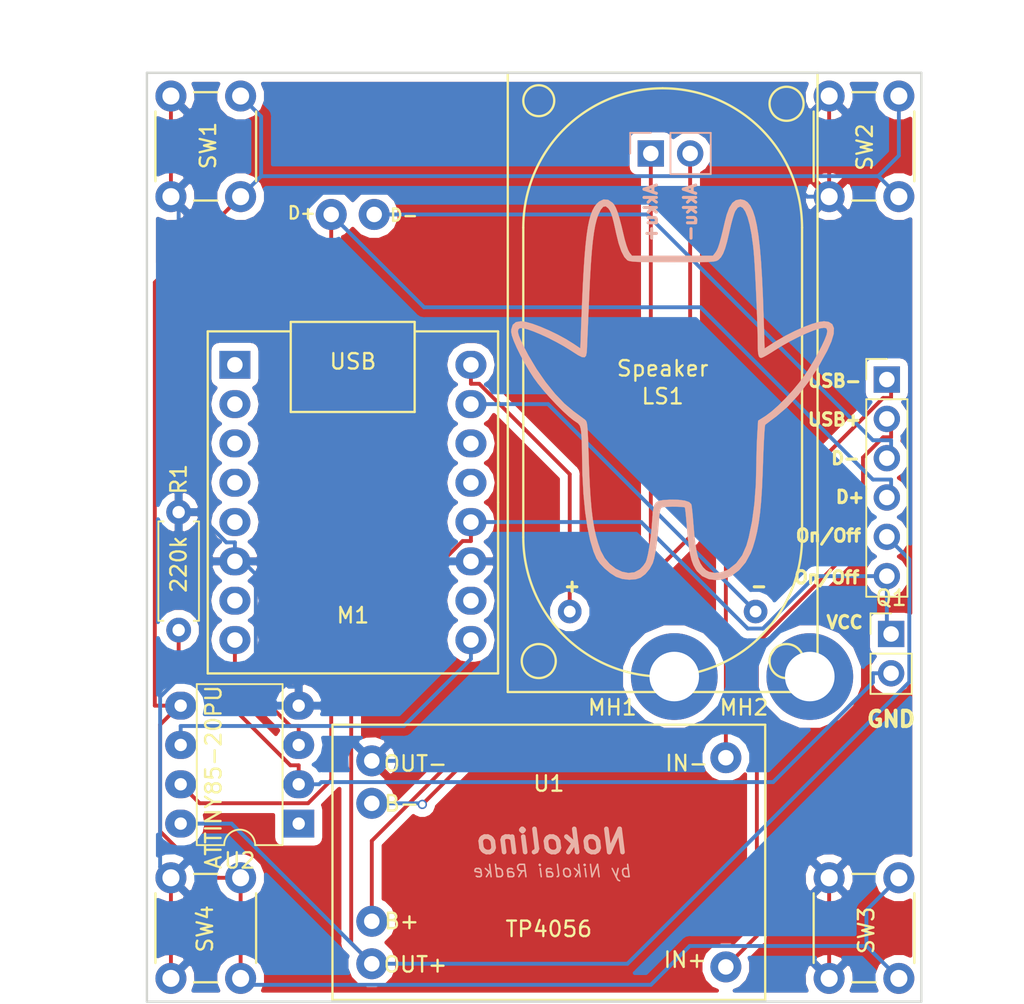
<source format=kicad_pcb>
(kicad_pcb (version 20171130) (host pcbnew "(5.0.1-3-g963ef8bb5)")

  (general
    (thickness 1.6)
    (drawings 20)
    (tracks 133)
    (zones 0)
    (modules 15)
    (nets 26)
  )

  (page A4)
  (layers
    (0 F.Cu signal)
    (31 B.Cu signal)
    (32 B.Adhes user)
    (33 F.Adhes user)
    (34 B.Paste user)
    (35 F.Paste user)
    (36 B.SilkS user)
    (37 F.SilkS user)
    (38 B.Mask user)
    (39 F.Mask user)
    (40 Dwgs.User user)
    (41 Cmts.User user)
    (42 Eco1.User user)
    (43 Eco2.User user)
    (44 Edge.Cuts user)
    (45 Margin user)
    (46 B.CrtYd user)
    (47 F.CrtYd user)
    (48 B.Fab user)
    (49 F.Fab user)
  )

  (setup
    (last_trace_width 0.25)
    (trace_clearance 0.2)
    (zone_clearance 0.508)
    (zone_45_only no)
    (trace_min 0.2)
    (segment_width 0.2)
    (edge_width 0.15)
    (via_size 0.6)
    (via_drill 0.4)
    (via_min_size 0.4)
    (via_min_drill 0.3)
    (uvia_size 0.3)
    (uvia_drill 0.1)
    (uvias_allowed no)
    (uvia_min_size 0.2)
    (uvia_min_drill 0.1)
    (pcb_text_width 0.3)
    (pcb_text_size 1.5 1.5)
    (mod_edge_width 0.15)
    (mod_text_size 1 1)
    (mod_text_width 0.15)
    (pad_size 2 1.7)
    (pad_drill 1)
    (pad_to_mask_clearance 0.2)
    (solder_mask_min_width 0.25)
    (aux_axis_origin 0 0)
    (visible_elements FFFFF77F)
    (pcbplotparams
      (layerselection 0x010fc_ffffffff)
      (usegerberextensions false)
      (usegerberattributes false)
      (usegerberadvancedattributes false)
      (creategerberjobfile false)
      (excludeedgelayer true)
      (linewidth 0.100000)
      (plotframeref false)
      (viasonmask false)
      (mode 1)
      (useauxorigin false)
      (hpglpennumber 1)
      (hpglpenspeed 20)
      (hpglpendiameter 15.000000)
      (psnegative false)
      (psa4output false)
      (plotreference true)
      (plotvalue true)
      (plotinvisibletext false)
      (padsonsilk false)
      (subtractmaskfromsilk false)
      (outputformat 1)
      (mirror false)
      (drillshape 0)
      (scaleselection 1)
      (outputdirectory "GERBERS_New/"))
  )

  (net 0 "")
  (net 1 "Net-(LS1-Pad1)")
  (net 2 "Net-(LS1-Pad2)")
  (net 3 "Net-(SW1-Pad2)")
  (net 4 VCC)
  (net 5 "Net-(U2-Pad1)")
  (net 6 "Net-(M1-Pad9)")
  (net 7 "Net-(M1-Pad8)")
  (net 8 "Net-(M1-Pad10)")
  (net 9 "Net-(M1-Pad13)")
  (net 10 "Net-(M1-Pad14)")
  (net 11 "Net-(M1-Pad7)")
  (net 12 "Net-(M1-Pad5)")
  (net 13 "Net-(M1-Pad4)")
  (net 14 "Net-(M1-Pad3)")
  (net 15 "Net-(M1-Pad2)")
  (net 16 "Net-(M1-Pad1)")
  (net 17 D-)
  (net 18 D+)
  (net 19 Akku+)
  (net 20 Akku-)
  (net 21 USB-)
  (net 22 USB+)
  (net 23 GND)
  (net 24 "Net-(Q1-Pad2)")
  (net 25 "Net-(J1-Pad5)")

  (net_class Default "This is the default net class."
    (clearance 0.2)
    (trace_width 0.25)
    (via_dia 0.6)
    (via_drill 0.4)
    (uvia_dia 0.3)
    (uvia_drill 0.1)
    (add_net Akku+)
    (add_net Akku-)
    (add_net D+)
    (add_net D-)
    (add_net GND)
    (add_net "Net-(J1-Pad5)")
    (add_net "Net-(LS1-Pad1)")
    (add_net "Net-(LS1-Pad2)")
    (add_net "Net-(M1-Pad1)")
    (add_net "Net-(M1-Pad10)")
    (add_net "Net-(M1-Pad13)")
    (add_net "Net-(M1-Pad14)")
    (add_net "Net-(M1-Pad2)")
    (add_net "Net-(M1-Pad3)")
    (add_net "Net-(M1-Pad4)")
    (add_net "Net-(M1-Pad5)")
    (add_net "Net-(M1-Pad7)")
    (add_net "Net-(M1-Pad8)")
    (add_net "Net-(M1-Pad9)")
    (add_net "Net-(Q1-Pad2)")
    (add_net "Net-(SW1-Pad2)")
    (add_net "Net-(U2-Pad1)")
    (add_net USB+)
    (add_net USB-)
    (add_net VCC)
  )

  (module NOKOlino:K20.40 (layer F.Cu) (tedit 5B8E90EE) (tstamp 5A6103B7)
    (at 166.5 107.5)
    (descr K20.40)
    (tags Lautsprecher)
    (path /5A5CE1F7)
    (fp_text reference LS1 (at 0 0.9) (layer F.SilkS)
      (effects (font (size 1 1) (thickness 0.15)))
    )
    (fp_text value Speaker (at 0 -0.9) (layer F.SilkS)
      (effects (font (size 1 1) (thickness 0.15)))
    )
    (fp_line (start 9 -10) (end 9 10) (layer F.SilkS) (width 0.15))
    (fp_line (start -9 -10) (end -9 10) (layer F.SilkS) (width 0.15))
    (fp_arc (start 0 10) (end 0 19) (angle 90) (layer F.SilkS) (width 0.15))
    (fp_arc (start 0 -10) (end -9 -10) (angle 90) (layer F.SilkS) (width 0.15))
    (fp_arc (start 0 -10) (end 0 -19) (angle 90) (layer F.SilkS) (width 0.15))
    (fp_arc (start 0 10) (end 9 10) (angle 90) (layer F.SilkS) (width 0.15))
    (fp_circle (center 8 18) (end 9.1 18) (layer F.SilkS) (width 0.15))
    (fp_circle (center -8 18) (end -6.9 18) (layer F.SilkS) (width 0.15))
    (fp_circle (center 8 -18) (end 9.1 -18) (layer F.SilkS) (width 0.15))
    (fp_circle (center -8 -18.2) (end -7 -18.2) (layer F.SilkS) (width 0.15))
    (fp_line (start 10 -20) (end -10 -20) (layer F.SilkS) (width 0.15))
    (fp_line (start -10 20) (end 10 20) (layer F.SilkS) (width 0.15))
    (fp_line (start -10 20) (end -10 -20) (layer F.SilkS) (width 0.15))
    (fp_line (start 10 20) (end 10 -20) (layer F.SilkS) (width 0.15))
    (pad 1 thru_hole circle (at -6 14.8) (size 1.524 1.524) (drill 0.762) (layers *.Cu *.Mask)
      (net 1 "Net-(LS1-Pad1)"))
    (pad 2 thru_hole circle (at 6 14.8) (size 1.524 1.524) (drill 0.762) (layers *.Cu *.Mask)
      (net 2 "Net-(LS1-Pad2)"))
  )

  (module Mounting_Holes:MountingHole_3.2mm_M3_DIN965_Pad (layer F.Cu) (tedit 5B8E8FF9) (tstamp 5B8E901D)
    (at 167.25 126.5)
    (descr "Mounting Hole 3.2mm, M3, DIN965")
    (tags "mounting hole 3.2mm m3 din965")
    (attr virtual)
    (fp_text reference MH1 (at -4 2) (layer F.SilkS)
      (effects (font (size 1 1) (thickness 0.15)))
    )
    (fp_text value MH1 (at -4 2) (layer F.Fab)
      (effects (font (size 1 1) (thickness 0.15)))
    )
    (fp_text user %R (at 0.3 0) (layer F.Fab)
      (effects (font (size 1 1) (thickness 0.15)))
    )
    (fp_circle (center 0 0) (end 2.8 0) (layer Cmts.User) (width 0.15))
    (fp_circle (center 0 0) (end 3.05 0) (layer F.CrtYd) (width 0.05))
    (pad 1 thru_hole circle (at 0 0) (size 5.6 5.6) (drill 3.2) (layers *.Cu *.Mask))
  )

  (module Mounting_Holes:MountingHole_3.2mm_M3_DIN965_Pad (layer F.Cu) (tedit 5B8E9000) (tstamp 5B8E8ECB)
    (at 176 126.5)
    (descr "Mounting Hole 3.2mm, M3, DIN965")
    (tags "mounting hole 3.2mm m3 din965")
    (attr virtual)
    (fp_text reference MH2 (at -4.25 2) (layer F.SilkS)
      (effects (font (size 1 1) (thickness 0.15)))
    )
    (fp_text value MH2 (at -4.25 2) (layer F.Fab)
      (effects (font (size 1 1) (thickness 0.15)))
    )
    (fp_text user %R (at 0.3 0) (layer F.Fab)
      (effects (font (size 1 1) (thickness 0.15)))
    )
    (fp_circle (center 0 0) (end 2.8 0) (layer Cmts.User) (width 0.15))
    (fp_circle (center 0 0) (end 3.05 0) (layer F.CrtYd) (width 0.05))
    (pad 1 thru_hole circle (at 0 0) (size 5.6 5.6) (drill 3.2) (layers *.Cu *.Mask))
  )

  (module Buttons_Switches_THT:SW_PUSH_6mm_h13mm (layer F.Cu) (tedit 5AE8AAB9) (tstamp 5AE8A9D6)
    (at 134.75 95.5 90)
    (descr "tactile push button, 6x6mm e.g. PHAP33xx series, height=13mm")
    (tags "tact sw push 6mm")
    (path /5A5C9A74)
    (fp_text reference SW1 (at 3.3 2.4 90) (layer F.SilkS)
      (effects (font (size 1 1) (thickness 0.15)))
    )
    (fp_text value SW1 (at 3.3 2.4 90) (layer F.Fab)
      (effects (font (size 1 1) (thickness 0.15)))
    )
    (fp_line (start 3.25 -0.75) (end 6.25 -0.75) (layer F.Fab) (width 0.1))
    (fp_line (start 6.25 -0.75) (end 6.25 5.25) (layer F.Fab) (width 0.1))
    (fp_line (start 6.25 5.25) (end 0.25 5.25) (layer F.Fab) (width 0.1))
    (fp_line (start 0.25 5.25) (end 0.25 -0.75) (layer F.Fab) (width 0.1))
    (fp_line (start 0.25 -0.75) (end 3.25 -0.75) (layer F.Fab) (width 0.1))
    (fp_line (start 7.75 6) (end 8 6) (layer F.CrtYd) (width 0.05))
    (fp_line (start 8 6) (end 8 5.75) (layer F.CrtYd) (width 0.05))
    (fp_line (start 7.75 -1.5) (end 8 -1.5) (layer F.CrtYd) (width 0.05))
    (fp_line (start 8 -1.5) (end 8 -1.25) (layer F.CrtYd) (width 0.05))
    (fp_line (start -1.5 -1.25) (end -1.5 -1.5) (layer F.CrtYd) (width 0.05))
    (fp_line (start -1.5 -1.5) (end -1.25 -1.5) (layer F.CrtYd) (width 0.05))
    (fp_line (start -1.5 5.75) (end -1.5 6) (layer F.CrtYd) (width 0.05))
    (fp_line (start -1.5 6) (end -1.25 6) (layer F.CrtYd) (width 0.05))
    (fp_line (start -1.25 -1.5) (end 7.75 -1.5) (layer F.CrtYd) (width 0.05))
    (fp_line (start -1.5 5.75) (end -1.5 -1.25) (layer F.CrtYd) (width 0.05))
    (fp_line (start 7.75 6) (end -1.25 6) (layer F.CrtYd) (width 0.05))
    (fp_line (start 8 -1.25) (end 8 5.75) (layer F.CrtYd) (width 0.05))
    (fp_line (start 1 5.5) (end 5.5 5.5) (layer F.SilkS) (width 0.15))
    (fp_line (start -0.25 1.5) (end -0.25 3) (layer F.SilkS) (width 0.15))
    (fp_line (start 5.5 -1) (end 1 -1) (layer F.SilkS) (width 0.15))
    (fp_line (start 6.75 3) (end 6.75 1.5) (layer F.SilkS) (width 0.15))
    (fp_circle (center 3.25 2.25) (end 1.25 2.5) (layer F.Fab) (width 0.1))
    (pad 2 thru_hole circle (at 0 4.5 180) (size 2 2) (drill 1.1) (layers *.Cu *.Mask)
      (net 3 "Net-(SW1-Pad2)"))
    (pad 1 thru_hole circle (at 0 0 180) (size 2 2) (drill 1.1) (layers *.Cu *.Mask)
      (net 23 GND))
    (pad 2 thru_hole circle (at 6.5 4.5 180) (size 2 2) (drill 1.1) (layers *.Cu *.Mask)
      (net 3 "Net-(SW1-Pad2)"))
    (pad 1 thru_hole circle (at 6.5 0 180) (size 2 2) (drill 1.1) (layers *.Cu *.Mask)
      (net 23 GND))
    (model Buttons_Switches_THT.3dshapes/SW_PUSH_6mm_h13mm.wrl
      (offset (xyz 0.1269999980926514 0 0))
      (scale (xyz 0.3937 0.3937 0.3937))
      (rotate (xyz 0 0 0))
    )
  )

  (module Buttons_Switches_THT:SW_PUSH_6mm_h13mm (layer F.Cu) (tedit 5AE8AAAB) (tstamp 5AE8AA6D)
    (at 177.25 95.5 90)
    (descr "tactile push button, 6x6mm e.g. PHAP33xx series, height=13mm")
    (tags "tact sw push 6mm")
    (path /5A5C9B65)
    (fp_text reference SW2 (at 3.2 2.3 90) (layer F.SilkS)
      (effects (font (size 1 1) (thickness 0.15)))
    )
    (fp_text value SW2 (at 3.2 2.3 90) (layer F.Fab)
      (effects (font (size 1 1) (thickness 0.15)))
    )
    (fp_line (start 3.25 -0.75) (end 6.25 -0.75) (layer F.Fab) (width 0.1))
    (fp_line (start 6.25 -0.75) (end 6.25 5.25) (layer F.Fab) (width 0.1))
    (fp_line (start 6.25 5.25) (end 0.25 5.25) (layer F.Fab) (width 0.1))
    (fp_line (start 0.25 5.25) (end 0.25 -0.75) (layer F.Fab) (width 0.1))
    (fp_line (start 0.25 -0.75) (end 3.25 -0.75) (layer F.Fab) (width 0.1))
    (fp_line (start 7.75 6) (end 8 6) (layer F.CrtYd) (width 0.05))
    (fp_line (start 8 6) (end 8 5.75) (layer F.CrtYd) (width 0.05))
    (fp_line (start 7.75 -1.5) (end 8 -1.5) (layer F.CrtYd) (width 0.05))
    (fp_line (start 8 -1.5) (end 8 -1.25) (layer F.CrtYd) (width 0.05))
    (fp_line (start -1.5 -1.25) (end -1.5 -1.5) (layer F.CrtYd) (width 0.05))
    (fp_line (start -1.5 -1.5) (end -1.25 -1.5) (layer F.CrtYd) (width 0.05))
    (fp_line (start -1.5 5.75) (end -1.5 6) (layer F.CrtYd) (width 0.05))
    (fp_line (start -1.5 6) (end -1.25 6) (layer F.CrtYd) (width 0.05))
    (fp_line (start -1.25 -1.5) (end 7.75 -1.5) (layer F.CrtYd) (width 0.05))
    (fp_line (start -1.5 5.75) (end -1.5 -1.25) (layer F.CrtYd) (width 0.05))
    (fp_line (start 7.75 6) (end -1.25 6) (layer F.CrtYd) (width 0.05))
    (fp_line (start 8 -1.25) (end 8 5.75) (layer F.CrtYd) (width 0.05))
    (fp_line (start 1 5.5) (end 5.5 5.5) (layer F.SilkS) (width 0.15))
    (fp_line (start -0.25 1.5) (end -0.25 3) (layer F.SilkS) (width 0.15))
    (fp_line (start 5.5 -1) (end 1 -1) (layer F.SilkS) (width 0.15))
    (fp_line (start 6.75 3) (end 6.75 1.5) (layer F.SilkS) (width 0.15))
    (fp_circle (center 3.25 2.25) (end 1.25 2.5) (layer F.Fab) (width 0.1))
    (pad 2 thru_hole circle (at 0 4.5 180) (size 2 2) (drill 1.1) (layers *.Cu *.Mask)
      (net 3 "Net-(SW1-Pad2)"))
    (pad 1 thru_hole circle (at 0 0 180) (size 2 2) (drill 1.1) (layers *.Cu *.Mask)
      (net 23 GND))
    (pad 2 thru_hole circle (at 6.5 4.5 180) (size 2 2) (drill 1.1) (layers *.Cu *.Mask)
      (net 3 "Net-(SW1-Pad2)"))
    (pad 1 thru_hole circle (at 6.5 0 180) (size 2 2) (drill 1.1) (layers *.Cu *.Mask)
      (net 23 GND))
    (model Buttons_Switches_THT.3dshapes/SW_PUSH_6mm_h13mm.wrl
      (offset (xyz 0.1269999980926514 0 0))
      (scale (xyz 0.3937 0.3937 0.3937))
      (rotate (xyz 0 0 0))
    )
  )

  (module Buttons_Switches_THT:SW_PUSH_6mm_h13mm (layer F.Cu) (tedit 5AE8AA9C) (tstamp 5AE8AA75)
    (at 177.25 146 90)
    (descr "tactile push button, 6x6mm e.g. PHAP33xx series, height=13mm")
    (tags "tact sw push 6mm")
    (path /5A5C9BA0)
    (fp_text reference SW3 (at 3.1 2.4 90) (layer F.SilkS)
      (effects (font (size 1 1) (thickness 0.15)))
    )
    (fp_text value SW3 (at 3.1 2.4 90) (layer F.Fab)
      (effects (font (size 1 1) (thickness 0.15)))
    )
    (fp_line (start 3.25 -0.75) (end 6.25 -0.75) (layer F.Fab) (width 0.1))
    (fp_line (start 6.25 -0.75) (end 6.25 5.25) (layer F.Fab) (width 0.1))
    (fp_line (start 6.25 5.25) (end 0.25 5.25) (layer F.Fab) (width 0.1))
    (fp_line (start 0.25 5.25) (end 0.25 -0.75) (layer F.Fab) (width 0.1))
    (fp_line (start 0.25 -0.75) (end 3.25 -0.75) (layer F.Fab) (width 0.1))
    (fp_line (start 7.75 6) (end 8 6) (layer F.CrtYd) (width 0.05))
    (fp_line (start 8 6) (end 8 5.75) (layer F.CrtYd) (width 0.05))
    (fp_line (start 7.75 -1.5) (end 8 -1.5) (layer F.CrtYd) (width 0.05))
    (fp_line (start 8 -1.5) (end 8 -1.25) (layer F.CrtYd) (width 0.05))
    (fp_line (start -1.5 -1.25) (end -1.5 -1.5) (layer F.CrtYd) (width 0.05))
    (fp_line (start -1.5 -1.5) (end -1.25 -1.5) (layer F.CrtYd) (width 0.05))
    (fp_line (start -1.5 5.75) (end -1.5 6) (layer F.CrtYd) (width 0.05))
    (fp_line (start -1.5 6) (end -1.25 6) (layer F.CrtYd) (width 0.05))
    (fp_line (start -1.25 -1.5) (end 7.75 -1.5) (layer F.CrtYd) (width 0.05))
    (fp_line (start -1.5 5.75) (end -1.5 -1.25) (layer F.CrtYd) (width 0.05))
    (fp_line (start 7.75 6) (end -1.25 6) (layer F.CrtYd) (width 0.05))
    (fp_line (start 8 -1.25) (end 8 5.75) (layer F.CrtYd) (width 0.05))
    (fp_line (start 1 5.5) (end 5.5 5.5) (layer F.SilkS) (width 0.15))
    (fp_line (start -0.25 1.5) (end -0.25 3) (layer F.SilkS) (width 0.15))
    (fp_line (start 5.5 -1) (end 1 -1) (layer F.SilkS) (width 0.15))
    (fp_line (start 6.75 3) (end 6.75 1.5) (layer F.SilkS) (width 0.15))
    (fp_circle (center 3.25 2.25) (end 1.25 2.5) (layer F.Fab) (width 0.1))
    (pad 2 thru_hole circle (at 0 4.5 180) (size 2 2) (drill 1.1) (layers *.Cu *.Mask)
      (net 3 "Net-(SW1-Pad2)"))
    (pad 1 thru_hole circle (at 0 0 180) (size 2 2) (drill 1.1) (layers *.Cu *.Mask)
      (net 23 GND))
    (pad 2 thru_hole circle (at 6.5 4.5 180) (size 2 2) (drill 1.1) (layers *.Cu *.Mask)
      (net 3 "Net-(SW1-Pad2)"))
    (pad 1 thru_hole circle (at 6.5 0 180) (size 2 2) (drill 1.1) (layers *.Cu *.Mask)
      (net 23 GND))
    (model Buttons_Switches_THT.3dshapes/SW_PUSH_6mm_h13mm.wrl
      (offset (xyz 0.1269999980926514 0 0))
      (scale (xyz 0.3937 0.3937 0.3937))
      (rotate (xyz 0 0 0))
    )
  )

  (module Buttons_Switches_THT:SW_PUSH_6mm_h13mm (layer F.Cu) (tedit 5AE8AA90) (tstamp 5AE8AA7D)
    (at 134.75 146 90)
    (descr "tactile push button, 6x6mm e.g. PHAP33xx series, height=13mm")
    (tags "tact sw push 6mm")
    (path /5A5C9BD0)
    (fp_text reference SW4 (at 3.2 2.2 90) (layer F.SilkS)
      (effects (font (size 1 1) (thickness 0.15)))
    )
    (fp_text value SW4 (at 3.2 2.2 90) (layer F.Fab)
      (effects (font (size 1 1) (thickness 0.15)))
    )
    (fp_line (start 3.25 -0.75) (end 6.25 -0.75) (layer F.Fab) (width 0.1))
    (fp_line (start 6.25 -0.75) (end 6.25 5.25) (layer F.Fab) (width 0.1))
    (fp_line (start 6.25 5.25) (end 0.25 5.25) (layer F.Fab) (width 0.1))
    (fp_line (start 0.25 5.25) (end 0.25 -0.75) (layer F.Fab) (width 0.1))
    (fp_line (start 0.25 -0.75) (end 3.25 -0.75) (layer F.Fab) (width 0.1))
    (fp_line (start 7.75 6) (end 8 6) (layer F.CrtYd) (width 0.05))
    (fp_line (start 8 6) (end 8 5.75) (layer F.CrtYd) (width 0.05))
    (fp_line (start 7.75 -1.5) (end 8 -1.5) (layer F.CrtYd) (width 0.05))
    (fp_line (start 8 -1.5) (end 8 -1.25) (layer F.CrtYd) (width 0.05))
    (fp_line (start -1.5 -1.25) (end -1.5 -1.5) (layer F.CrtYd) (width 0.05))
    (fp_line (start -1.5 -1.5) (end -1.25 -1.5) (layer F.CrtYd) (width 0.05))
    (fp_line (start -1.5 5.75) (end -1.5 6) (layer F.CrtYd) (width 0.05))
    (fp_line (start -1.5 6) (end -1.25 6) (layer F.CrtYd) (width 0.05))
    (fp_line (start -1.25 -1.5) (end 7.75 -1.5) (layer F.CrtYd) (width 0.05))
    (fp_line (start -1.5 5.75) (end -1.5 -1.25) (layer F.CrtYd) (width 0.05))
    (fp_line (start 7.75 6) (end -1.25 6) (layer F.CrtYd) (width 0.05))
    (fp_line (start 8 -1.25) (end 8 5.75) (layer F.CrtYd) (width 0.05))
    (fp_line (start 1 5.5) (end 5.5 5.5) (layer F.SilkS) (width 0.15))
    (fp_line (start -0.25 1.5) (end -0.25 3) (layer F.SilkS) (width 0.15))
    (fp_line (start 5.5 -1) (end 1 -1) (layer F.SilkS) (width 0.15))
    (fp_line (start 6.75 3) (end 6.75 1.5) (layer F.SilkS) (width 0.15))
    (fp_circle (center 3.25 2.25) (end 1.25 2.5) (layer F.Fab) (width 0.1))
    (pad 2 thru_hole circle (at 0 4.5 180) (size 2 2) (drill 1.1) (layers *.Cu *.Mask)
      (net 3 "Net-(SW1-Pad2)"))
    (pad 1 thru_hole circle (at 0 0 180) (size 2 2) (drill 1.1) (layers *.Cu *.Mask)
      (net 23 GND))
    (pad 2 thru_hole circle (at 6.5 4.5 180) (size 2 2) (drill 1.1) (layers *.Cu *.Mask)
      (net 3 "Net-(SW1-Pad2)"))
    (pad 1 thru_hole circle (at 6.5 0 180) (size 2 2) (drill 1.1) (layers *.Cu *.Mask)
      (net 23 GND))
    (model Buttons_Switches_THT.3dshapes/SW_PUSH_6mm_h13mm.wrl
      (offset (xyz 0.1269999980926514 0 0))
      (scale (xyz 0.3937 0.3937 0.3937))
      (rotate (xyz 0 0 0))
    )
  )

  (module NOKOlino:TP4056-Protect (layer F.Cu) (tedit 5B8E90CC) (tstamp 5A5CDC9D)
    (at 159.15 138.5 180)
    (path /5A5CC850)
    (fp_text reference U1 (at 0 5.08 180) (layer F.SilkS)
      (effects (font (size 1 1) (thickness 0.15)))
    )
    (fp_text value TP4056 (at 0 -4.31 180) (layer F.SilkS)
      (effects (font (size 1 1) (thickness 0.15)))
    )
    (fp_text user OUT- (at 8.6106 6.3754 180) (layer F.SilkS)
      (effects (font (size 1 1) (thickness 0.15)))
    )
    (fp_text user B- (at 9.5 3.8 180) (layer F.SilkS)
      (effects (font (size 1 1) (thickness 0.15)))
    )
    (fp_text user B+ (at 9.5 -3.8 180) (layer F.SilkS)
      (effects (font (size 1 1) (thickness 0.15)))
    )
    (fp_text user OUT+ (at 8.6106 -6.604 180) (layer F.SilkS)
      (effects (font (size 1 1) (thickness 0.15)))
    )
    (fp_text user IN- (at -8.9 6.4 180) (layer F.SilkS)
      (effects (font (size 1 1) (thickness 0.15)))
    )
    (fp_text user IN+ (at -8.8 -6.3 180) (layer F.SilkS)
      (effects (font (size 1 1) (thickness 0.15)))
    )
    (fp_line (start -13.97 -8.89) (end -13.97 8.89) (layer F.SilkS) (width 0.15))
    (fp_line (start 13.97 -8.89) (end 13.97 8.89) (layer F.SilkS) (width 0.15))
    (fp_line (start -13.97 -8.89) (end 13.97 -8.89) (layer F.SilkS) (width 0.15))
    (fp_line (start 13.97 8.89) (end -13.97 8.89) (layer F.SilkS) (width 0.15))
    (pad 4 thru_hole circle (at 11.43 -3.81 180) (size 2 2) (drill 1) (layers *.Cu *.Mask)
      (net 19 Akku+))
    (pad 5 thru_hole circle (at 11.43 3.81 180) (size 2 2) (drill 1) (layers *.Cu *.Mask)
      (net 20 Akku-))
    (pad 6 thru_hole circle (at 11.43 6.5532 180) (size 2 2) (drill 1) (layers *.Cu *.Mask)
      (net 23 GND))
    (pad 3 thru_hole circle (at 11.43 -6.5532 180) (size 2 2) (drill 1) (layers *.Cu *.Mask)
      (net 25 "Net-(J1-Pad5)"))
    (pad 2 thru_hole circle (at -11.43 6.7564 180) (size 2 2) (drill 1) (layers *.Cu *.Mask)
      (net 21 USB-))
    (pad 1 thru_hole circle (at -11.43 -6.7564 180) (size 2 2) (drill 1) (layers *.Cu *.Mask)
      (net 22 USB+))
  )

  (module NOKOlino:ATTINY85-20PU (layer F.Cu) (tedit 5B8E90E2) (tstamp 5A5CDCA9)
    (at 143 136 180)
    (descr "8-lead dip package, row spacing 7.62 mm (300 mils)")
    (tags "DIL DIP PDIP 2.54mm 7.62mm 300mil")
    (path /5A5C9C69)
    (fp_text reference U2 (at 3.81 -2.39 180) (layer F.SilkS)
      (effects (font (size 1 1) (thickness 0.15)))
    )
    (fp_text value ATTINY85-20PU (at 5.5 3 270) (layer F.SilkS)
      (effects (font (size 1 1) (thickness 0.15)))
    )
    (fp_arc (start 3.81 -1.39) (end 2.81 -1.39) (angle -180) (layer F.SilkS) (width 0.12))
    (fp_line (start 1.635 -1.27) (end 6.985 -1.27) (layer F.Fab) (width 0.1))
    (fp_line (start 6.985 -1.27) (end 6.985 8.89) (layer F.Fab) (width 0.1))
    (fp_line (start 6.985 8.89) (end 0.635 8.89) (layer F.Fab) (width 0.1))
    (fp_line (start 0.635 8.89) (end 0.635 -0.27) (layer F.Fab) (width 0.1))
    (fp_line (start 0.635 -0.27) (end 1.635 -1.27) (layer F.Fab) (width 0.1))
    (fp_line (start 2.81 -1.39) (end 1.04 -1.39) (layer F.SilkS) (width 0.12))
    (fp_line (start 1.04 -1.39) (end 1.04 9.01) (layer F.SilkS) (width 0.12))
    (fp_line (start 1.04 9.01) (end 6.58 9.01) (layer F.SilkS) (width 0.12))
    (fp_line (start 6.58 9.01) (end 6.58 -1.39) (layer F.SilkS) (width 0.12))
    (fp_line (start 6.58 -1.39) (end 4.81 -1.39) (layer F.SilkS) (width 0.12))
    (fp_line (start -1.1 -1.6) (end -1.1 9.2) (layer F.CrtYd) (width 0.05))
    (fp_line (start -1.1 9.2) (end 8.7 9.2) (layer F.CrtYd) (width 0.05))
    (fp_line (start 8.7 9.2) (end 8.7 -1.6) (layer F.CrtYd) (width 0.05))
    (fp_line (start 8.7 -1.6) (end -1.1 -1.6) (layer F.CrtYd) (width 0.05))
    (pad 1 thru_hole rect (at 0 0 180) (size 2 1.8) (drill 0.8) (layers *.Cu *.Mask)
      (net 5 "Net-(U2-Pad1)"))
    (pad 5 thru_hole oval (at 7.62 7.62 180) (size 2 1.8) (drill 0.8) (layers *.Cu *.Mask)
      (net 3 "Net-(SW1-Pad2)"))
    (pad 2 thru_hole oval (at 0 2.54 180) (size 2 1.8) (drill 0.8) (layers *.Cu *.Mask)
      (net 24 "Net-(Q1-Pad2)"))
    (pad 6 thru_hole oval (at 7.62 5.08 180) (size 2 1.8) (drill 0.8) (layers *.Cu *.Mask)
      (net 6 "Net-(M1-Pad9)"))
    (pad 3 thru_hole oval (at 0 5.08 180) (size 2 1.8) (drill 0.8) (layers *.Cu *.Mask)
      (net 7 "Net-(M1-Pad8)"))
    (pad 7 thru_hole oval (at 7.62 2.54 180) (size 2 1.8) (drill 0.8) (layers *.Cu *.Mask)
      (net 18 D+))
    (pad 4 thru_hole oval (at 0 7.62 180) (size 2 1.8) (drill 0.8) (layers *.Cu *.Mask)
      (net 23 GND))
    (pad 8 thru_hole oval (at 7.62 0 180) (size 2 1.8) (drill 0.8) (layers *.Cu *.Mask)
      (net 4 VCC))
    (model Housings_DIP.3dshapes/DIP-8_W7.62mm.wrl
      (at (xyz 0 0 0))
      (scale (xyz 1 1 1))
      (rotate (xyz 0 0 0))
    )
  )

  (module NOKOlino:JQ6500-16p (layer F.Cu) (tedit 5AEAFAAE) (tstamp 5A5E00FB)
    (at 146.5 115.25)
    (path /5A5CC541)
    (fp_text reference M1 (at 0 7.3) (layer F.SilkS)
      (effects (font (size 1 1) (thickness 0.15)))
    )
    (fp_text value JQ6500 (at 0 -4.11) (layer F.Fab)
      (effects (font (size 1 1) (thickness 0.15)))
    )
    (fp_line (start -9.3726 -11.049) (end -9.3726 11.049) (layer F.SilkS) (width 0.15))
    (fp_line (start -4.0132 -11.049) (end -9.3726 -11.049) (layer F.SilkS) (width 0.15))
    (fp_line (start -4.0132 -5.842) (end 3.9878 -5.842) (layer F.SilkS) (width 0.15))
    (fp_line (start 3.9878 -5.842) (end 3.9878 -11.0744) (layer F.SilkS) (width 0.15))
    (fp_line (start 3.9878 -11.049) (end 3.9878 -11.6586) (layer F.SilkS) (width 0.15))
    (fp_line (start 3.9878 -11.6586) (end -4.0132 -11.6586) (layer F.SilkS) (width 0.15))
    (fp_line (start -4.0132 -11.6586) (end -4.0132 -5.842) (layer F.SilkS) (width 0.15))
    (fp_line (start -9.3726 11.049) (end 9.3726 11.049) (layer F.SilkS) (width 0.15))
    (fp_line (start 9.3726 -11.049) (end 3.9878 -11.049) (layer F.SilkS) (width 0.15))
    (fp_line (start 9.3726 0) (end 9.3726 -11.049) (layer F.SilkS) (width 0.15))
    (fp_line (start 9.3726 0) (end 9.3726 11.049) (layer F.SilkS) (width 0.15))
    (fp_text user D+ (at -3.3 -18.7) (layer F.SilkS)
      (effects (font (size 0.8 0.8) (thickness 0.15)))
    )
    (fp_text user D- (at 3.3 -18.55) (layer F.SilkS)
      (effects (font (size 0.8 0.8) (thickness 0.15)))
    )
    (fp_text user USB (at 0 -9.1) (layer F.SilkS)
      (effects (font (size 1 1) (thickness 0.15)))
    )
    (pad 9 thru_hole oval (at 7.62 8.89) (size 2 1.8) (drill 1) (layers *.Cu *.Mask)
      (net 6 "Net-(M1-Pad9)"))
    (pad 10 thru_hole oval (at 7.62 6.35) (size 2 1.8) (drill 1) (layers *.Cu *.Mask)
      (net 8 "Net-(M1-Pad10)"))
    (pad 11 thru_hole oval (at 7.62 3.81) (size 2 1.8) (drill 1) (layers *.Cu *.Mask)
      (net 23 GND))
    (pad 12 thru_hole oval (at 7.62 1.27) (size 2 1.8) (drill 1) (layers *.Cu *.Mask)
      (net 4 VCC))
    (pad 13 thru_hole oval (at 7.62 -1.27) (size 2 1.8) (drill 1) (layers *.Cu *.Mask)
      (net 9 "Net-(M1-Pad13)"))
    (pad 14 thru_hole oval (at 7.62 -3.81) (size 2 1.8) (drill 1) (layers *.Cu *.Mask)
      (net 10 "Net-(M1-Pad14)"))
    (pad 15 thru_hole oval (at 7.62 -6.35) (size 2 1.8) (drill 1) (layers *.Cu *.Mask)
      (net 2 "Net-(LS1-Pad2)"))
    (pad 16 thru_hole oval (at 7.62 -8.89) (size 2 1.8) (drill 1) (layers *.Cu *.Mask)
      (net 1 "Net-(LS1-Pad1)"))
    (pad 8 thru_hole oval (at -7.62 8.89) (size 2 1.8) (drill 1) (layers *.Cu *.Mask)
      (net 7 "Net-(M1-Pad8)"))
    (pad 7 thru_hole oval (at -7.62 6.35) (size 2 1.8) (drill 1) (layers *.Cu *.Mask)
      (net 11 "Net-(M1-Pad7)"))
    (pad 6 thru_hole oval (at -7.62 3.81) (size 2 1.8) (drill 1) (layers *.Cu *.Mask)
      (net 23 GND))
    (pad 5 thru_hole oval (at -7.62 1.27) (size 2 1.8) (drill 1) (layers *.Cu *.Mask)
      (net 12 "Net-(M1-Pad5)"))
    (pad 4 thru_hole oval (at -7.62 -1.27) (size 2 1.8) (drill 1) (layers *.Cu *.Mask)
      (net 13 "Net-(M1-Pad4)"))
    (pad 3 thru_hole oval (at -7.62 -3.81) (size 2 1.8) (drill 1) (layers *.Cu *.Mask)
      (net 14 "Net-(M1-Pad3)"))
    (pad 2 thru_hole oval (at -7.62 -6.35) (size 2 1.8) (drill 1) (layers *.Cu *.Mask)
      (net 15 "Net-(M1-Pad2)"))
    (pad 1 thru_hole rect (at -7.62 -8.89) (size 2 1.8) (drill 1) (layers *.Cu *.Mask)
      (net 16 "Net-(M1-Pad1)"))
    (pad 17 thru_hole circle (at 1.375 -18.6) (size 2 2) (drill 1) (layers *.Cu *.Mask)
      (net 17 D-))
    (pad 18 thru_hole circle (at -1.4 -18.6) (size 2 2) (drill 1) (layers *.Cu *.Mask)
      (net 18 D+))
  )

  (module Resistors_THT:R_Axial_DIN0207_L6.3mm_D2.5mm_P7.62mm_Horizontal (layer F.Cu) (tedit 5B8E90BE) (tstamp 5B8E8E10)
    (at 135.25 123.5 90)
    (descr "Resistor, Axial_DIN0207 series, Axial, Horizontal, pin pitch=7.62mm, 0.25W = 1/4W, length*diameter=6.3*2.5mm^2, http://cdn-reichelt.de/documents/datenblatt/B400/1_4W%23YAG.pdf")
    (tags "Resistor Axial_DIN0207 series Axial Horizontal pin pitch 7.62mm 0.25W = 1/4W length 6.3mm diameter 2.5mm")
    (path /5B8E9345)
    (fp_text reference R1 (at 9.75 0 90) (layer F.SilkS)
      (effects (font (size 1 1) (thickness 0.15)))
    )
    (fp_text value 220k (at 4.25 0 90) (layer F.SilkS)
      (effects (font (size 1 1) (thickness 0.15)))
    )
    (fp_line (start 0.66 -1.25) (end 0.66 1.25) (layer F.Fab) (width 0.1))
    (fp_line (start 0.66 1.25) (end 6.96 1.25) (layer F.Fab) (width 0.1))
    (fp_line (start 6.96 1.25) (end 6.96 -1.25) (layer F.Fab) (width 0.1))
    (fp_line (start 6.96 -1.25) (end 0.66 -1.25) (layer F.Fab) (width 0.1))
    (fp_line (start 0 0) (end 0.66 0) (layer F.Fab) (width 0.1))
    (fp_line (start 7.62 0) (end 6.96 0) (layer F.Fab) (width 0.1))
    (fp_line (start 0.6 -0.98) (end 0.6 -1.31) (layer F.SilkS) (width 0.12))
    (fp_line (start 0.6 -1.31) (end 7.02 -1.31) (layer F.SilkS) (width 0.12))
    (fp_line (start 7.02 -1.31) (end 7.02 -0.98) (layer F.SilkS) (width 0.12))
    (fp_line (start 0.6 0.98) (end 0.6 1.31) (layer F.SilkS) (width 0.12))
    (fp_line (start 0.6 1.31) (end 7.02 1.31) (layer F.SilkS) (width 0.12))
    (fp_line (start 7.02 1.31) (end 7.02 0.98) (layer F.SilkS) (width 0.12))
    (fp_line (start -1.05 -1.6) (end -1.05 1.6) (layer F.CrtYd) (width 0.05))
    (fp_line (start -1.05 1.6) (end 8.7 1.6) (layer F.CrtYd) (width 0.05))
    (fp_line (start 8.7 1.6) (end 8.7 -1.6) (layer F.CrtYd) (width 0.05))
    (fp_line (start 8.7 -1.6) (end -1.05 -1.6) (layer F.CrtYd) (width 0.05))
    (pad 1 thru_hole circle (at 0 0 90) (size 1.6 1.6) (drill 0.8) (layers *.Cu *.Mask)
      (net 24 "Net-(Q1-Pad2)"))
    (pad 2 thru_hole oval (at 7.62 0 90) (size 1.6 1.6) (drill 0.8) (layers *.Cu *.Mask)
      (net 23 GND))
    (model ${KISYS3DMOD}/Resistors_THT.3dshapes/R_Axial_DIN0207_L6.3mm_D2.5mm_P7.62mm_Horizontal.wrl
      (at (xyz 0 0 0))
      (scale (xyz 0.393701 0.393701 0.393701))
      (rotate (xyz 0 0 0))
    )
  )

  (module Pin_Headers:Pin_Header_Straight_1x02_Pitch2.54mm (layer F.Cu) (tedit 5B8E8FE6) (tstamp 5B8E8E0A)
    (at 181.25 123.75)
    (descr "Through hole straight pin header, 1x02, 2.54mm pitch, single row")
    (tags "Through hole pin header THT 1x02 2.54mm single row")
    (path /5B8E9428)
    (fp_text reference Q1 (at 0 -2.33) (layer F.SilkS)
      (effects (font (size 1 1) (thickness 0.15)))
    )
    (fp_text value Q_Photo_NPN (at 3.5 0) (layer F.Fab)
      (effects (font (size 1 1) (thickness 0.15)))
    )
    (fp_line (start -0.635 -1.27) (end 1.27 -1.27) (layer F.Fab) (width 0.1))
    (fp_line (start 1.27 -1.27) (end 1.27 3.81) (layer F.Fab) (width 0.1))
    (fp_line (start 1.27 3.81) (end -1.27 3.81) (layer F.Fab) (width 0.1))
    (fp_line (start -1.27 3.81) (end -1.27 -0.635) (layer F.Fab) (width 0.1))
    (fp_line (start -1.27 -0.635) (end -0.635 -1.27) (layer F.Fab) (width 0.1))
    (fp_line (start -1.33 3.87) (end 1.33 3.87) (layer F.SilkS) (width 0.12))
    (fp_line (start -1.33 1.27) (end -1.33 3.87) (layer F.SilkS) (width 0.12))
    (fp_line (start 1.33 1.27) (end 1.33 3.87) (layer F.SilkS) (width 0.12))
    (fp_line (start -1.33 1.27) (end 1.33 1.27) (layer F.SilkS) (width 0.12))
    (fp_line (start -1.33 0) (end -1.33 -1.33) (layer F.SilkS) (width 0.12))
    (fp_line (start -1.33 -1.33) (end 0 -1.33) (layer F.SilkS) (width 0.12))
    (fp_line (start -1.8 -1.8) (end -1.8 4.35) (layer F.CrtYd) (width 0.05))
    (fp_line (start -1.8 4.35) (end 1.8 4.35) (layer F.CrtYd) (width 0.05))
    (fp_line (start 1.8 4.35) (end 1.8 -1.8) (layer F.CrtYd) (width 0.05))
    (fp_line (start 1.8 -1.8) (end -1.8 -1.8) (layer F.CrtYd) (width 0.05))
    (fp_text user %R (at 0 1.27 90) (layer F.Fab)
      (effects (font (size 1 1) (thickness 0.15)))
    )
    (pad 1 thru_hole rect (at 0 0) (size 1.7 1.7) (drill 1) (layers *.Cu *.Mask)
      (net 4 VCC))
    (pad 2 thru_hole oval (at 0 2.54) (size 1.7 1.7) (drill 1) (layers *.Cu *.Mask)
      (net 24 "Net-(Q1-Pad2)"))
    (model ${KISYS3DMOD}/Pin_Headers.3dshapes/Pin_Header_Straight_1x02_Pitch2.54mm.wrl
      (at (xyz 0 0 0))
      (scale (xyz 1 1 1))
      (rotate (xyz 0 0 0))
    )
  )

  (module Pin_Headers:Pin_Header_Straight_1x06_Pitch2.54mm (layer F.Cu) (tedit 5CB4DC5B) (tstamp 5CB23648)
    (at 180.975 107.315)
    (descr "Through hole straight pin header, 1x06, 2.54mm pitch, single row")
    (tags "Through hole pin header THT 1x06 2.54mm single row")
    (path /5CB28317)
    (fp_text reference J1 (at 0 -2.33) (layer F.SilkS) hide
      (effects (font (size 1 1) (thickness 0.15)))
    )
    (fp_text value Conn_01x06 (at 0 15.03) (layer F.Fab)
      (effects (font (size 1 1) (thickness 0.15)))
    )
    (fp_line (start -0.635 -1.27) (end 1.27 -1.27) (layer F.Fab) (width 0.1))
    (fp_line (start 1.27 -1.27) (end 1.27 13.97) (layer F.Fab) (width 0.1))
    (fp_line (start 1.27 13.97) (end -1.27 13.97) (layer F.Fab) (width 0.1))
    (fp_line (start -1.27 13.97) (end -1.27 -0.635) (layer F.Fab) (width 0.1))
    (fp_line (start -1.27 -0.635) (end -0.635 -1.27) (layer F.Fab) (width 0.1))
    (fp_line (start -1.33 14.03) (end 1.33 14.03) (layer F.SilkS) (width 0.12))
    (fp_line (start -1.33 1.27) (end -1.33 14.03) (layer F.SilkS) (width 0.12))
    (fp_line (start 1.33 1.27) (end 1.33 14.03) (layer F.SilkS) (width 0.12))
    (fp_line (start -1.33 1.27) (end 1.33 1.27) (layer F.SilkS) (width 0.12))
    (fp_line (start -1.33 0) (end -1.33 -1.33) (layer F.SilkS) (width 0.12))
    (fp_line (start -1.33 -1.33) (end 0 -1.33) (layer F.SilkS) (width 0.12))
    (fp_line (start -1.8 -1.8) (end -1.8 14.5) (layer F.CrtYd) (width 0.05))
    (fp_line (start -1.8 14.5) (end 1.8 14.5) (layer F.CrtYd) (width 0.05))
    (fp_line (start 1.8 14.5) (end 1.8 -1.8) (layer F.CrtYd) (width 0.05))
    (fp_line (start 1.8 -1.8) (end -1.8 -1.8) (layer F.CrtYd) (width 0.05))
    (fp_text user %R (at 0 6.35 90) (layer F.Fab)
      (effects (font (size 1 1) (thickness 0.15)))
    )
    (pad 1 thru_hole rect (at 0 0) (size 1.7 1.7) (drill 1) (layers *.Cu *.Mask)
      (net 21 USB-))
    (pad 2 thru_hole oval (at 0 2.54) (size 1.7 1.7) (drill 1) (layers *.Cu *.Mask)
      (net 22 USB+))
    (pad 3 thru_hole oval (at 0 5.08) (size 1.7 1.7) (drill 1) (layers *.Cu *.Mask)
      (net 17 D-))
    (pad 4 thru_hole oval (at 0 7.62) (size 1.7 1.7) (drill 1) (layers *.Cu *.Mask)
      (net 18 D+))
    (pad 5 thru_hole oval (at 0 10.16) (size 1.7 1.7) (drill 1) (layers *.Cu *.Mask)
      (net 25 "Net-(J1-Pad5)"))
    (pad 6 thru_hole oval (at 0 12.7) (size 1.7 1.7) (drill 1) (layers *.Cu *.Mask)
      (net 4 VCC))
    (model ${KISYS3DMOD}/Pin_Headers.3dshapes/Pin_Header_Straight_1x06_Pitch2.54mm.wrl
      (at (xyz 0 0 0))
      (scale (xyz 1 1 1))
      (rotate (xyz 0 0 0))
    )
  )

  (module Pin_Headers:Pin_Header_Straight_1x02_Pitch2.54mm (layer B.Cu) (tedit 5CB4DC63) (tstamp 5CB23C3C)
    (at 165.735 92.71 270)
    (descr "Through hole straight pin header, 1x02, 2.54mm pitch, single row")
    (tags "Through hole pin header THT 1x02 2.54mm single row")
    (path /5CB2516F)
    (fp_text reference J2 (at 0 2.33 270) (layer B.SilkS) hide
      (effects (font (size 1 1) (thickness 0.15)) (justify mirror))
    )
    (fp_text value Conn_01x02 (at 0 -4.87 270) (layer B.Fab)
      (effects (font (size 1 1) (thickness 0.15)) (justify mirror))
    )
    (fp_text user %R (at 0 -1.27 180) (layer B.Fab)
      (effects (font (size 1 1) (thickness 0.15)) (justify mirror))
    )
    (fp_line (start 1.8 1.8) (end -1.8 1.8) (layer B.CrtYd) (width 0.05))
    (fp_line (start 1.8 -4.35) (end 1.8 1.8) (layer B.CrtYd) (width 0.05))
    (fp_line (start -1.8 -4.35) (end 1.8 -4.35) (layer B.CrtYd) (width 0.05))
    (fp_line (start -1.8 1.8) (end -1.8 -4.35) (layer B.CrtYd) (width 0.05))
    (fp_line (start -1.33 1.33) (end 0 1.33) (layer B.SilkS) (width 0.12))
    (fp_line (start -1.33 0) (end -1.33 1.33) (layer B.SilkS) (width 0.12))
    (fp_line (start -1.33 -1.27) (end 1.33 -1.27) (layer B.SilkS) (width 0.12))
    (fp_line (start 1.33 -1.27) (end 1.33 -3.87) (layer B.SilkS) (width 0.12))
    (fp_line (start -1.33 -1.27) (end -1.33 -3.87) (layer B.SilkS) (width 0.12))
    (fp_line (start -1.33 -3.87) (end 1.33 -3.87) (layer B.SilkS) (width 0.12))
    (fp_line (start -1.27 0.635) (end -0.635 1.27) (layer B.Fab) (width 0.1))
    (fp_line (start -1.27 -3.81) (end -1.27 0.635) (layer B.Fab) (width 0.1))
    (fp_line (start 1.27 -3.81) (end -1.27 -3.81) (layer B.Fab) (width 0.1))
    (fp_line (start 1.27 1.27) (end 1.27 -3.81) (layer B.Fab) (width 0.1))
    (fp_line (start -0.635 1.27) (end 1.27 1.27) (layer B.Fab) (width 0.1))
    (pad 2 thru_hole oval (at 0 -2.54 270) (size 1.7 1.7) (drill 1) (layers *.Cu *.Mask)
      (net 20 Akku-))
    (pad 1 thru_hole rect (at 0 0 270) (size 1.7 1.7) (drill 1) (layers *.Cu *.Mask)
      (net 19 Akku+))
    (model ${KISYS3DMOD}/Pin_Headers.3dshapes/Pin_Header_Straight_1x02_Pitch2.54mm.wrl
      (at (xyz 0 0 0))
      (scale (xyz 1 1 1))
      (rotate (xyz 0 0 0))
    )
  )

  (module Logo:Nokolino-logo-neu (layer B.Cu) (tedit 0) (tstamp 5CB4DE17)
    (at 167.64 107.95 180)
    (fp_text reference G*** (at 0 0 180) (layer B.SilkS) hide
      (effects (font (size 1.524 1.524) (thickness 0.3)) (justify mirror))
    )
    (fp_text value LOGO (at 0.75 0 180) (layer B.SilkS) hide
      (effects (font (size 1.524 1.524) (thickness 0.3)) (justify mirror))
    )
    (fp_poly (pts (xy -3.589224 12.221914) (xy -3.358605 12.048591) (xy -3.163599 11.743104) (xy -2.994712 11.291859)
      (xy -2.885002 10.873598) (xy -2.739148 10.254651) (xy -2.620388 9.779026) (xy -2.521856 9.424154)
      (xy -2.436687 9.167464) (xy -2.358017 8.986386) (xy -2.27898 8.858349) (xy -2.267492 8.843368)
      (xy -2.104377 8.636001) (xy 0.507999 8.636) (xy 3.120376 8.636) (xy 3.282225 8.841758)
      (xy 3.37063 9.011879) (xy 3.475554 9.3004) (xy 3.580763 9.659585) (xy 3.634933 9.878925)
      (xy 3.792186 10.541283) (xy 3.927787 11.057454) (xy 4.048743 11.448141) (xy 4.162061 11.734049)
      (xy 4.274747 11.93588) (xy 4.370342 12.051918) (xy 4.657012 12.246745) (xy 4.952181 12.274094)
      (xy 5.245026 12.134717) (xy 5.40764 11.979957) (xy 5.54834 11.791942) (xy 5.67362 11.559527)
      (xy 5.784922 11.271415) (xy 5.883692 10.91631) (xy 5.971372 10.482917) (xy 6.049407 9.95994)
      (xy 6.119242 9.336083) (xy 6.182319 8.60005) (xy 6.240083 7.740546) (xy 6.293978 6.746274)
      (xy 6.345447 5.605939) (xy 6.395936 4.308246) (xy 6.398965 4.225128) (xy 6.456169 2.650589)
      (xy 6.889918 2.943158) (xy 7.374915 3.245243) (xy 7.914704 3.539544) (xy 8.476541 3.812013)
      (xy 9.027684 4.048606) (xy 9.535387 4.235275) (xy 9.966909 4.357976) (xy 10.289505 4.402662)
      (xy 10.292279 4.402667) (xy 10.615145 4.347306) (xy 10.819609 4.175502) (xy 10.913576 3.878673)
      (xy 10.922 3.719023) (xy 10.877347 3.478757) (xy 10.752631 3.125971) (xy 10.561716 2.689039)
      (xy 10.318465 2.196336) (xy 10.036742 1.676236) (xy 9.730411 1.157115) (xy 9.477219 0.762)
      (xy 9.196377 0.376021) (xy 8.840405 -0.061187) (xy 8.437029 -0.520358) (xy 8.013974 -0.972223)
      (xy 7.598966 -1.387518) (xy 7.21973 -1.736975) (xy 6.903991 -1.991328) (xy 6.80711 -2.056534)
      (xy 6.599917 -2.200253) (xy 6.487312 -2.34293) (xy 6.429433 -2.550806) (xy 6.405679 -2.723601)
      (xy 6.383397 -2.993976) (xy 6.364821 -3.378447) (xy 6.352135 -3.821781) (xy 6.347657 -4.191)
      (xy 6.321292 -5.533751) (xy 6.253655 -6.77374) (xy 6.146274 -7.899952) (xy 6.000676 -8.901369)
      (xy 5.818389 -9.766975) (xy 5.60094 -10.485754) (xy 5.413726 -10.925805) (xy 5.205754 -11.231533)
      (xy 4.893819 -11.560661) (xy 4.528077 -11.866442) (xy 4.158684 -12.102127) (xy 4.142806 -12.110322)
      (xy 3.745475 -12.246986) (xy 3.297782 -12.298777) (xy 2.867413 -12.26343) (xy 2.565543 -12.163063)
      (xy 2.257506 -11.931781) (xy 1.976306 -11.593923) (xy 1.775803 -11.217957) (xy 1.687558 -10.914931)
      (xy 1.600403 -10.477515) (xy 1.519537 -9.940607) (xy 1.450155 -9.339101) (xy 1.397457 -8.707891)
      (xy 1.393928 -8.654213) (xy 1.360743 -8.216036) (xy 1.324338 -7.920083) (xy 1.279464 -7.739259)
      (xy 1.220874 -7.646467) (xy 1.195415 -7.629396) (xy 1.06117 -7.602447) (xy 0.817477 -7.58517)
      (xy 0.514471 -7.577575) (xy 0.202286 -7.579671) (xy -0.068943 -7.591469) (xy -0.249084 -7.612977)
      (xy -0.291335 -7.629112) (xy -0.310964 -7.722509) (xy -0.339021 -7.952726) (xy -0.37212 -8.287663)
      (xy -0.406873 -8.695219) (xy -0.415611 -8.807146) (xy -0.48033 -9.559819) (xy -0.550407 -10.167239)
      (xy -0.631253 -10.653487) (xy -0.728277 -11.042643) (xy -0.84689 -11.358788) (xy -0.992502 -11.626002)
      (xy -1.076242 -11.747589) (xy -1.409746 -12.064242) (xy -1.837797 -12.258734) (xy -2.328016 -12.32099)
      (xy -2.747791 -12.267716) (xy -3.29879 -12.050458) (xy -3.792047 -11.684116) (xy -4.21408 -11.183053)
      (xy -4.551405 -10.561631) (xy -4.686695 -10.202333) (xy -4.837658 -9.696737) (xy -4.963759 -9.169217)
      (xy -5.067805 -8.596932) (xy -5.152602 -7.957038) (xy -5.220958 -7.226694) (xy -5.275678 -6.383057)
      (xy -5.319572 -5.403285) (xy -5.336446 -4.914778) (xy -5.359001 -4.270715) (xy -5.383357 -3.682192)
      (xy -5.408347 -3.170273) (xy -5.4328 -2.756025) (xy -5.455549 -2.460515) (xy -5.475423 -2.304807)
      (xy -5.482289 -2.286402) (xy -5.573608 -2.216781) (xy -5.767719 -2.070285) (xy -6.031905 -1.871574)
      (xy -6.211675 -1.736618) (xy -6.914765 -1.130907) (xy -7.613281 -0.378224) (xy -8.290265 0.499521)
      (xy -8.928759 1.48042) (xy -9.48919 2.497667) (xy -9.757748 3.095229) (xy -9.901394 3.579354)
      (xy -9.9087 3.725191) (xy -9.482667 3.725191) (xy -9.438189 3.518632) (xy -9.314488 3.199336)
      (xy -9.126158 2.795531) (xy -8.887799 2.335445) (xy -8.614006 1.847307) (xy -8.319376 1.359346)
      (xy -8.031377 0.918588) (xy -7.671804 0.43275) (xy -7.246247 -0.077578) (xy -6.786209 -0.579614)
      (xy -6.323196 -1.040575) (xy -5.888712 -1.427679) (xy -5.514263 -1.708144) (xy -5.495392 -1.720232)
      (xy -5.021784 -2.020283) (xy -4.966225 -2.928312) (xy -4.940838 -3.439585) (xy -4.92122 -4.017131)
      (xy -4.910497 -4.561614) (xy -4.909412 -4.733337) (xy -4.875974 -6.111905) (xy -4.780944 -7.388014)
      (xy -4.626264 -8.545469) (xy -4.413874 -9.568074) (xy -4.267894 -10.083909) (xy -3.993735 -10.714559)
      (xy -3.61076 -11.228218) (xy -3.129214 -11.611922) (xy -3.006921 -11.679745) (xy -2.61417 -11.817519)
      (xy -2.210357 -11.851148) (xy -1.8498 -11.780783) (xy -1.660056 -11.675996) (xy -1.463648 -11.486155)
      (xy -1.302396 -11.242878) (xy -1.17094 -10.926351) (xy -1.06392 -10.51676) (xy -0.975974 -9.994291)
      (xy -0.901743 -9.33913) (xy -0.84561 -8.665609) (xy -0.810967 -8.238946) (xy -0.775032 -7.866252)
      (xy -0.741715 -7.583908) (xy -0.714925 -7.4283) (xy -0.711488 -7.417549) (xy -0.571372 -7.279076)
      (xy -0.283821 -7.181212) (xy 0.133341 -7.127631) (xy 0.662292 -7.122006) (xy 0.713317 -7.123918)
      (xy 1.105381 -7.147673) (xy 1.38403 -7.198803) (xy 1.570984 -7.303286) (xy 1.687961 -7.4871)
      (xy 1.756681 -7.776223) (xy 1.798863 -8.196633) (xy 1.815389 -8.442104) (xy 1.864019 -9.052223)
      (xy 1.929232 -9.644071) (xy 2.006119 -10.186215) (xy 2.089771 -10.647221) (xy 2.175277 -10.995658)
      (xy 2.24182 -11.17243) (xy 2.39124 -11.387577) (xy 2.597 -11.604506) (xy 2.628121 -11.631581)
      (xy 2.966649 -11.81475) (xy 3.354194 -11.858617) (xy 3.76521 -11.77591) (xy 4.174151 -11.579361)
      (xy 4.55547 -11.281699) (xy 4.883623 -10.895655) (xy 5.133061 -10.433958) (xy 5.157609 -10.371094)
      (xy 5.314661 -9.915006) (xy 5.448027 -9.440851) (xy 5.560198 -8.928894) (xy 5.653665 -8.3594)
      (xy 5.73092 -7.712633) (xy 5.794455 -6.968858) (xy 5.84676 -6.10834) (xy 5.890327 -5.111342)
      (xy 5.915562 -4.367143) (xy 5.937268 -3.684976) (xy 5.956549 -3.152149) (xy 5.975418 -2.748726)
      (xy 5.995887 -2.454771) (xy 6.019969 -2.25035) (xy 6.049675 -2.115527) (xy 6.087019 -2.030366)
      (xy 6.134012 -1.974933) (xy 6.159142 -1.954143) (xy 6.308799 -1.841488) (xy 6.548992 -1.663805)
      (xy 6.833179 -1.455486) (xy 6.895476 -1.410056) (xy 7.484133 -0.914158) (xy 8.08962 -0.279621)
      (xy 8.691441 0.467028) (xy 9.269101 1.29926) (xy 9.802106 2.190546) (xy 10.070435 2.699573)
      (xy 10.290434 3.155672) (xy 10.426711 3.487773) (xy 10.483923 3.716316) (xy 10.466728 3.861743)
      (xy 10.379781 3.944495) (xy 10.356376 3.954584) (xy 10.174173 3.956502) (xy 9.873455 3.882477)
      (xy 9.480561 3.744262) (xy 9.02183 3.553614) (xy 8.5236 3.322288) (xy 8.01221 3.06204)
      (xy 7.513998 2.784626) (xy 7.055302 2.501802) (xy 6.960941 2.439099) (xy 6.597277 2.205662)
      (xy 6.344173 2.081539) (xy 6.180993 2.068986) (xy 6.087098 2.170261) (xy 6.041854 2.38762)
      (xy 6.031014 2.540793) (xy 6.022118 2.735031) (xy 6.007162 3.075108) (xy 5.987148 3.537677)
      (xy 5.963078 4.099391) (xy 5.935952 4.736903) (xy 5.906773 5.426865) (xy 5.883963 5.969)
      (xy 5.832399 7.084674) (xy 5.777309 8.04453) (xy 5.717209 8.86207) (xy 5.650618 9.550798)
      (xy 5.576053 10.124216) (xy 5.492031 10.595827) (xy 5.39707 10.979134) (xy 5.303832 11.252727)
      (xy 5.136067 11.60701) (xy 4.975996 11.796743) (xy 4.817465 11.826143) (xy 4.654322 11.699427)
      (xy 4.653471 11.698392) (xy 4.558047 11.561017) (xy 4.473523 11.382891) (xy 4.390827 11.135253)
      (xy 4.300885 10.789344) (xy 4.194623 10.316406) (xy 4.14748 10.094558) (xy 3.985794 9.438015)
      (xy 3.807386 8.919811) (xy 3.616565 8.55036) (xy 3.423293 8.343714) (xy 3.345988 8.306868)
      (xy 3.226861 8.277449) (xy 3.048183 8.254668) (xy 2.792227 8.237735) (xy 2.441263 8.225861)
      (xy 1.977563 8.218257) (xy 1.3834 8.214133) (xy 0.641045 8.2127) (xy 0.480063 8.212667)
      (xy -0.276052 8.213131) (xy -0.881383 8.215223) (xy -1.354477 8.219996) (xy -1.713882 8.228503)
      (xy -1.978147 8.241795) (xy -2.165819 8.260926) (xy -2.295446 8.286947) (xy -2.385575 8.320911)
      (xy -2.454756 8.363871) (xy -2.476422 8.380415) (xy -2.628877 8.538047) (xy -2.764699 8.7687)
      (xy -2.892604 9.095262) (xy -3.021309 9.540618) (xy -3.159532 10.127654) (xy -3.182884 10.235191)
      (xy -3.280675 10.654738) (xy -3.384298 11.041668) (xy -3.480456 11.349256) (xy -3.547026 11.514667)
      (xy -3.709548 11.742734) (xy -3.87407 11.809617) (xy -4.036936 11.723368) (xy -4.194491 11.492044)
      (xy -4.34308 11.123697) (xy -4.479049 10.626382) (xy -4.598743 10.008153) (xy -4.698505 9.277064)
      (xy -4.738093 8.89) (xy -4.769507 8.490895) (xy -4.8037 7.956936) (xy -4.83915 7.322547)
      (xy -4.874337 6.622153) (xy -4.907739 5.890178) (xy -4.937836 5.161048) (xy -4.963107 4.469186)
      (xy -4.982031 3.849017) (xy -4.993086 3.334966) (xy -4.995334 3.067654) (xy -5.00156 2.622573)
      (xy -5.02392 2.321509) (xy -5.067931 2.139479) (xy -5.139114 2.051499) (xy -5.224138 2.032001)
      (xy -5.345693 2.076565) (xy -5.56936 2.196348) (xy -5.857818 2.370482) (xy -6.04058 2.488476)
      (xy -6.544354 2.802308) (xy -7.083783 3.105194) (xy -7.629299 3.383533) (xy -8.151333 3.62372)
      (xy -8.620319 3.812151) (xy -9.006686 3.935223) (xy -9.280868 3.979334) (xy -9.281081 3.979334)
      (xy -9.42565 3.949835) (xy -9.478335 3.827914) (xy -9.482667 3.725191) (xy -9.9087 3.725191)
      (xy -9.920017 3.951057) (xy -9.813504 4.211353) (xy -9.58174 4.361258) (xy -9.277114 4.402667)
      (xy -8.939876 4.356948) (xy -8.493788 4.228549) (xy -7.969616 4.030605) (xy -7.398129 3.776253)
      (xy -6.810093 3.478628) (xy -6.236275 3.150866) (xy -6.002733 3.004686) (xy -5.443798 2.64434)
      (xy -5.385563 4.56067) (xy -5.337478 5.941813) (xy -5.281166 7.161824) (xy -5.215037 8.228771)
      (xy -5.1375 9.150727) (xy -5.046964 9.935761) (xy -4.94184 10.591943) (xy -4.820537 11.127344)
      (xy -4.681465 11.550034) (xy -4.523032 11.868084) (xy -4.343649 12.089564) (xy -4.141725 12.222544)
      (xy -3.915669 12.275095) (xy -3.864953 12.276667) (xy -3.589224 12.221914)) (layer B.SilkS) (width 0.01))
  )

  (gr_text - (at 172.72 120.65) (layer F.SilkS) (tstamp 5CB4DAD2)
    (effects (font (size 0.8 0.8) (thickness 0.2)))
  )
  (gr_text + (at 160.655 120.65) (layer F.SilkS) (tstamp 5CB4DAA7)
    (effects (font (size 0.8 0.8) (thickness 0.2)))
  )
  (gr_text "by Nikolai Radke" (at 159.4 139.065) (layer B.SilkS) (tstamp 5CB4D9BF)
    (effects (font (size 0.8 0.8) (thickness 0.1) italic) (justify mirror))
  )
  (gr_text VCC (at 178.25 123) (layer F.SilkS)
    (effects (font (size 0.8 0.8) (thickness 0.2)))
  )
  (gr_text GND (at 181.25 129.25) (layer F.SilkS)
    (effects (font (size 1 1) (thickness 0.25)))
  )
  (gr_text On/Off (at 177.2 117.4) (layer F.SilkS)
    (effects (font (size 0.8 0.8) (thickness 0.2)))
  )
  (gr_text On/Off (at 177.1 120.1) (layer F.SilkS)
    (effects (font (size 0.8 0.8) (thickness 0.2)))
  )
  (dimension 60 (width 0.3) (layer Dwgs.User)
    (gr_text "60,000 mm" (at 130 117.5 270) (layer Dwgs.User)
      (effects (font (size 1.5 1.5) (thickness 0.3)))
    )
    (feature1 (pts (xy 133.2 147.5) (xy 128.65 147.5)))
    (feature2 (pts (xy 133.2 87.5) (xy 128.65 87.5)))
    (crossbar (pts (xy 131.35 87.5) (xy 131.35 147.5)))
    (arrow1a (pts (xy 131.35 147.5) (xy 130.763579 146.373496)))
    (arrow1b (pts (xy 131.35 147.5) (xy 131.936421 146.373496)))
    (arrow2a (pts (xy 131.35 87.5) (xy 130.763579 88.626504)))
    (arrow2b (pts (xy 131.35 87.5) (xy 131.936421 88.626504)))
  )
  (gr_line (start 183.2 147.5) (end 183.2 87.5) (angle 90) (layer Edge.Cuts) (width 0.15))
  (gr_line (start 133.2 87.5) (end 133.2 147.5) (angle 90) (layer Edge.Cuts) (width 0.15))
  (gr_text Nokolino (at 159.4 137.16) (layer B.SilkS)
    (effects (font (size 1.5 1.5) (thickness 0.3) italic) (justify mirror))
  )
  (gr_text Akku+ (at 165.735 96.52 90) (layer B.SilkS)
    (effects (font (size 0.8 0.8) (thickness 0.2)) (justify mirror))
  )
  (gr_text Akku- (at 168.275 96.52 90) (layer B.SilkS)
    (effects (font (size 0.8 0.8) (thickness 0.2)) (justify mirror))
  )
  (gr_text USB- (at 177.6 107.4) (layer F.SilkS)
    (effects (font (size 0.8 0.8) (thickness 0.2)))
  )
  (gr_text USB+ (at 177.6 109.9) (layer F.SilkS)
    (effects (font (size 0.8 0.8) (thickness 0.2)))
  )
  (gr_text D- (at 178.3 112.4) (layer F.SilkS)
    (effects (font (size 0.8 0.8) (thickness 0.2)))
  )
  (gr_text D+ (at 178.6 114.9) (layer F.SilkS)
    (effects (font (size 0.8 0.8) (thickness 0.2)))
  )
  (dimension 50 (width 0.3) (layer Dwgs.User)
    (gr_text "50,000 mm" (at 158.2 84.65) (layer Dwgs.User)
      (effects (font (size 1.5 1.5) (thickness 0.3)))
    )
    (feature1 (pts (xy 133.2 87.5) (xy 133.2 83.3)))
    (feature2 (pts (xy 183.2 87.5) (xy 183.2 83.3)))
    (crossbar (pts (xy 183.2 86) (xy 133.2 86)))
    (arrow1a (pts (xy 133.2 86) (xy 134.326504 85.413579)))
    (arrow1b (pts (xy 133.2 86) (xy 134.326504 86.586421)))
    (arrow2a (pts (xy 183.2 86) (xy 182.073496 85.413579)))
    (arrow2b (pts (xy 183.2 86) (xy 182.073496 86.586421)))
  )
  (gr_line (start 133.2 147.5) (end 183.2 147.5) (angle 90) (layer Edge.Cuts) (width 0.15))
  (gr_line (start 183.2 87.5) (end 133.2 87.5) (angle 90) (layer Edge.Cuts) (width 0.15))

  (segment (start 160.5 113.4292) (end 160.5 122.3) (width 0.25) (layer F.Cu) (net 1))
  (segment (start 154.6561 107.5853) (end 160.5 113.4292) (width 0.25) (layer F.Cu) (net 1))
  (segment (start 154.12 107.5853) (end 154.6561 107.5853) (width 0.25) (layer F.Cu) (net 1))
  (segment (start 154.12 106.36) (end 154.12 107.5853) (width 0.25) (layer F.Cu) (net 1))
  (segment (start 159.1 108.9) (end 172.5 122.3) (width 0.25) (layer B.Cu) (net 2))
  (segment (start 154.12 108.9) (end 159.1 108.9) (width 0.25) (layer B.Cu) (net 2))
  (segment (start 139.25 139.5) (end 139.25 146) (width 0.25) (layer F.Cu) (net 3))
  (segment (start 140.5754 90.3254) (end 139.25 89) (width 0.25) (layer B.Cu) (net 3))
  (segment (start 140.5754 94.1746) (end 140.5754 90.3254) (width 0.25) (layer B.Cu) (net 3))
  (segment (start 140.5754 94.1746) (end 139.25 95.5) (width 0.25) (layer B.Cu) (net 3))
  (segment (start 179.6555 141.5945) (end 181.75 139.5) (width 0.25) (layer B.Cu) (net 3))
  (segment (start 179.6555 143.9055) (end 179.6555 141.5945) (width 0.25) (layer B.Cu) (net 3))
  (segment (start 168.249 143.9055) (end 179.6555 143.9055) (width 0.25) (layer B.Cu) (net 3))
  (segment (start 165.7417 146.4128) (end 168.249 143.9055) (width 0.25) (layer B.Cu) (net 3))
  (segment (start 139.6628 146.4128) (end 165.7417 146.4128) (width 0.25) (layer B.Cu) (net 3))
  (segment (start 139.25 146) (end 139.6628 146.4128) (width 0.25) (layer B.Cu) (net 3))
  (segment (start 179.6555 143.9055) (end 181.75 146) (width 0.25) (layer B.Cu) (net 3))
  (segment (start 181.75 92.8492) (end 181.75 89) (width 0.25) (layer B.Cu) (net 3))
  (segment (start 180.4246 94.1746) (end 181.75 92.8492) (width 0.25) (layer B.Cu) (net 3))
  (segment (start 181.75 95.5) (end 180.4246 94.1746) (width 0.25) (layer B.Cu) (net 3))
  (segment (start 180.4246 94.1746) (end 140.5754 94.1746) (width 0.25) (layer B.Cu) (net 3))
  (segment (start 135.38 128.38) (end 133.71001 128.38) (width 0.25) (layer F.Cu) (net 3))
  (segment (start 133.71001 101.03999) (end 139.25 95.5) (width 0.25) (layer F.Cu) (net 3))
  (segment (start 133.71001 128.38) (end 133.71001 101.03999) (width 0.25) (layer F.Cu) (net 3))
  (segment (start 137.835787 139.5) (end 139.25 139.5) (width 0.25) (layer F.Cu) (net 3))
  (segment (start 134.05499 136.507415) (end 137.047575 139.5) (width 0.25) (layer F.Cu) (net 3))
  (segment (start 137.047575 139.5) (end 137.835787 139.5) (width 0.25) (layer F.Cu) (net 3))
  (segment (start 134.05499 129.60501) (end 134.05499 136.507415) (width 0.25) (layer F.Cu) (net 3))
  (segment (start 135.28 128.38) (end 134.05499 129.60501) (width 0.25) (layer F.Cu) (net 3))
  (segment (start 135.38 128.38) (end 135.28 128.38) (width 0.25) (layer F.Cu) (net 3))
  (segment (start 165.1093 116.52) (end 154.12 116.52) (width 0.25) (layer B.Cu) (net 4))
  (segment (start 171.989 123.3997) (end 165.1093 116.52) (width 0.25) (layer B.Cu) (net 4))
  (segment (start 172.9738 123.3997) (end 171.989 123.3997) (width 0.25) (layer B.Cu) (net 4))
  (segment (start 138.6668 136) (end 135.38 136) (width 0.25) (layer B.Cu) (net 4))
  (segment (start 147.72 145.0532) (end 138.6668 136) (width 0.25) (layer B.Cu) (net 4))
  (segment (start 146.3908 143.724) (end 147.72 145.0532) (width 0.25) (layer F.Cu) (net 4))
  (segment (start 146.3908 124.9384) (end 146.3908 143.724) (width 0.25) (layer F.Cu) (net 4))
  (segment (start 153.5839 117.7453) (end 146.3908 124.9384) (width 0.25) (layer F.Cu) (net 4))
  (segment (start 154.12 117.7453) (end 153.5839 117.7453) (width 0.25) (layer F.Cu) (net 4))
  (segment (start 154.12 116.52) (end 154.12 117.7453) (width 0.25) (layer F.Cu) (net 4))
  (segment (start 180.975 123.475) (end 181.25 123.75) (width 0.25) (layer B.Cu) (net 4))
  (segment (start 180.975 120.015) (end 180.975 123.475) (width 0.25) (layer B.Cu) (net 4))
  (segment (start 176.3585 120.015) (end 180.975 120.015) (width 0.25) (layer B.Cu) (net 4))
  (segment (start 176.3585 120.015) (end 172.9738 123.3997) (width 0.25) (layer B.Cu) (net 4))
  (segment (start 149.7906 129.6947) (end 135.38 129.6947) (width 0.25) (layer B.Cu) (net 6))
  (segment (start 154.12 125.3653) (end 149.7906 129.6947) (width 0.25) (layer B.Cu) (net 6))
  (segment (start 135.38 130.92) (end 135.38 129.6947) (width 0.25) (layer B.Cu) (net 6))
  (segment (start 154.12 124.14) (end 154.12 125.3653) (width 0.25) (layer B.Cu) (net 6))
  (segment (start 142.4639 129.6947) (end 143 129.6947) (width 0.25) (layer F.Cu) (net 7))
  (segment (start 138.88 126.1108) (end 142.4639 129.6947) (width 0.25) (layer F.Cu) (net 7))
  (segment (start 138.88 124.14) (end 138.88 126.1108) (width 0.25) (layer F.Cu) (net 7))
  (segment (start 143 130.92) (end 143 129.6947) (width 0.25) (layer F.Cu) (net 7))
  (segment (start 180.0747 111.2347) (end 181.25 111.2347) (width 0.25) (layer B.Cu) (net 17))
  (segment (start 165.49 96.65) (end 180.0747 111.2347) (width 0.25) (layer B.Cu) (net 17))
  (segment (start 147.875 96.65) (end 165.49 96.65) (width 0.25) (layer B.Cu) (net 17))
  (segment (start 181.25 112.41) (end 181.25 111.2347) (width 0.25) (layer B.Cu) (net 17))
  (segment (start 135.38 133.9728) (end 135.38 133.46) (width 0.25) (layer F.Cu) (net 18))
  (segment (start 181.25 114.95) (end 181.25 113.7747) (width 0.25) (layer B.Cu) (net 18))
  (segment (start 180.0747 113.7747) (end 181.25 113.7747) (width 0.25) (layer B.Cu) (net 18))
  (segment (start 168.9466 102.6466) (end 180.0747 113.7747) (width 0.25) (layer B.Cu) (net 18))
  (segment (start 151.0966 102.6466) (end 168.9466 102.6466) (width 0.25) (layer B.Cu) (net 18))
  (segment (start 145.1 96.65) (end 151.0966 102.6466) (width 0.25) (layer B.Cu) (net 18))
  (segment (start 136.60501 134.68501) (end 135.83001 133.91001) (width 0.25) (layer F.Cu) (net 18))
  (segment (start 143.607415 134.68501) (end 136.60501 134.68501) (width 0.25) (layer F.Cu) (net 18))
  (segment (start 145.1 133.192425) (end 143.607415 134.68501) (width 0.25) (layer F.Cu) (net 18))
  (segment (start 145.1 96.65) (end 145.1 133.192425) (width 0.25) (layer F.Cu) (net 18))
  (segment (start 147.72 142.31) (end 147.72 137.1105) (width 0.25) (layer F.Cu) (net 19))
  (segment (start 165.735 92.71) (end 165.735 119.0955) (width 0.25) (layer F.Cu) (net 19))
  (segment (start 147.72 137.1105) (end 165.735 119.0955) (width 0.25) (layer F.Cu) (net 19))
  (via (at 150.983 134.7603) (size 0.6) (layers F.Cu B.Cu) (net 20))
  (segment (start 150.9127 134.69) (end 150.983 134.7603) (width 0.25) (layer B.Cu) (net 20))
  (segment (start 147.72 134.69) (end 150.9127 134.69) (width 0.25) (layer B.Cu) (net 20))
  (segment (start 168.275 92.71) (end 168.275 117.4683) (width 0.25) (layer F.Cu) (net 20))
  (segment (start 150.983 134.7603) (end 168.275 117.4683) (width 0.25) (layer F.Cu) (net 20))
  (segment (start 180.7358 108.5053) (end 181.25 108.5053) (width 0.25) (layer F.Cu) (net 21))
  (segment (start 170.58 118.6611) (end 180.7358 108.5053) (width 0.25) (layer F.Cu) (net 21))
  (segment (start 170.58 131.7436) (end 170.58 118.6611) (width 0.25) (layer F.Cu) (net 21))
  (segment (start 181.25 107.33) (end 181.25 108.5053) (width 0.25) (layer F.Cu) (net 21))
  (segment (start 181.25 109.87) (end 181.25 111.0453) (width 0.25) (layer F.Cu) (net 22))
  (segment (start 180.7358 111.0453) (end 181.25 111.0453) (width 0.25) (layer F.Cu) (net 22))
  (segment (start 179.4351 112.346) (end 180.7358 111.0453) (width 0.25) (layer F.Cu) (net 22))
  (segment (start 179.4351 117.5269) (end 179.4351 112.346) (width 0.25) (layer F.Cu) (net 22))
  (segment (start 172.5828 124.3792) (end 179.4351 117.5269) (width 0.25) (layer F.Cu) (net 22))
  (segment (start 172.5828 143.2536) (end 172.5828 124.3792) (width 0.25) (layer F.Cu) (net 22))
  (segment (start 170.58 145.2564) (end 172.5828 143.2536) (width 0.25) (layer F.Cu) (net 22))
  (segment (start 134.75 146) (end 134.75 139.5) (width 0.25) (layer F.Cu) (net 23))
  (segment (start 177.25 146) (end 177.25 139.5) (width 0.25) (layer F.Cu) (net 23))
  (segment (start 134.75 95.5) (end 134.75 89) (width 0.25) (layer F.Cu) (net 23))
  (segment (start 177.25 89) (end 177.25 95.5) (width 0.25) (layer F.Cu) (net 23))
  (segment (start 135.25 96) (end 134.75 95.5) (width 0.25) (layer B.Cu) (net 23))
  (segment (start 135.25 115.88) (end 135.25 96) (width 0.25) (layer B.Cu) (net 23))
  (segment (start 138.33 117.8347) (end 138.88 117.8347) (width 0.25) (layer B.Cu) (net 23))
  (segment (start 136.3753 115.88) (end 138.33 117.8347) (width 0.25) (layer B.Cu) (net 23))
  (segment (start 135.25 115.88) (end 136.3753 115.88) (width 0.25) (layer B.Cu) (net 23))
  (segment (start 138.88 119.06) (end 138.88 118.5472) (width 0.25) (layer B.Cu) (net 23))
  (segment (start 138.88 118.5472) (end 138.88 117.8347) (width 0.25) (layer B.Cu) (net 23))
  (segment (start 134.0536 138.8036) (end 134.75 139.5) (width 0.25) (layer B.Cu) (net 23))
  (segment (start 134.0536 127.8108) (end 134.0536 138.8036) (width 0.25) (layer B.Cu) (net 23))
  (segment (start 136.1357 125.7287) (end 134.0536 127.8108) (width 0.25) (layer B.Cu) (net 23))
  (segment (start 139.5186 125.7287) (end 136.1357 125.7287) (width 0.25) (layer B.Cu) (net 23))
  (segment (start 140.2316 125.0157) (end 139.5186 125.7287) (width 0.25) (layer B.Cu) (net 23))
  (segment (start 142.3706 127.1547) (end 143 127.1547) (width 0.25) (layer B.Cu) (net 23))
  (segment (start 140.2316 125.0157) (end 142.3706 127.1547) (width 0.25) (layer B.Cu) (net 23))
  (segment (start 143 128.38) (end 143 127.1547) (width 0.25) (layer B.Cu) (net 23))
  (segment (start 141.0704 119.06) (end 140.2316 119.8988) (width 0.25) (layer B.Cu) (net 23))
  (segment (start 154.12 119.06) (end 141.0704 119.06) (width 0.25) (layer B.Cu) (net 23))
  (segment (start 138.88 118.5472) (end 140.2316 119.8988) (width 0.25) (layer B.Cu) (net 23))
  (segment (start 140.2316 119.8988) (end 140.2316 125.0157) (width 0.25) (layer B.Cu) (net 23))
  (segment (start 156.845 119.06) (end 157.16 119.06) (width 0.25) (layer B.Cu) (net 23))
  (segment (start 156.845 119.06) (end 154.12 119.06) (width 0.25) (layer B.Cu) (net 23))
  (segment (start 157.16 119.06) (end 158.115 120.015) (width 0.25) (layer B.Cu) (net 23))
  (segment (start 158.115 130.6768) (end 156.845 131.9468) (width 0.25) (layer B.Cu) (net 23))
  (segment (start 158.115 120.015) (end 158.115 130.6768) (width 0.25) (layer B.Cu) (net 23))
  (segment (start 147.72 131.9468) (end 156.845 131.9468) (width 0.25) (layer B.Cu) (net 23))
  (segment (start 175.835787 95.5) (end 175.585787 95.25) (width 0.25) (layer B.Cu) (net 23))
  (segment (start 177.25 95.5) (end 175.835787 95.5) (width 0.25) (layer B.Cu) (net 23))
  (segment (start 141.0704 98.718598) (end 141.0704 119.06) (width 0.25) (layer B.Cu) (net 23))
  (segment (start 144.538998 95.25) (end 141.0704 98.718598) (width 0.25) (layer B.Cu) (net 23))
  (segment (start 175.585787 95.25) (end 144.538998 95.25) (width 0.25) (layer B.Cu) (net 23))
  (segment (start 135.25 125.0208) (end 135.25 123.5) (width 0.25) (layer F.Cu) (net 24))
  (segment (start 142.4639 132.2347) (end 135.25 125.0208) (width 0.25) (layer F.Cu) (net 24))
  (segment (start 143 132.2347) (end 142.4639 132.2347) (width 0.25) (layer F.Cu) (net 24))
  (segment (start 143 133.46) (end 143 132.2347) (width 0.25) (layer F.Cu) (net 24))
  (segment (start 144.4669 133.3184) (end 144.3253 133.46) (width 0.25) (layer B.Cu) (net 24))
  (segment (start 173.6339 133.3184) (end 144.4669 133.3184) (width 0.25) (layer B.Cu) (net 24))
  (segment (start 180.0747 126.8776) (end 173.6339 133.3184) (width 0.25) (layer B.Cu) (net 24))
  (segment (start 180.0747 126.29) (end 180.0747 126.8776) (width 0.25) (layer B.Cu) (net 24))
  (segment (start 181.25 126.29) (end 180.0747 126.29) (width 0.25) (layer B.Cu) (net 24))
  (segment (start 143 133.46) (end 144.3253 133.46) (width 0.25) (layer B.Cu) (net 24))
  (segment (start 182.425001 118.925001) (end 180.975 117.475) (width 0.25) (layer B.Cu) (net 25))
  (segment (start 182.425001 126.854001) (end 182.425001 118.925001) (width 0.25) (layer B.Cu) (net 25))
  (segment (start 164.225802 145.0532) (end 182.425001 126.854001) (width 0.25) (layer B.Cu) (net 25))
  (segment (start 148.170009 145.0532) (end 164.225802 145.0532) (width 0.25) (layer B.Cu) (net 25))

  (zone (net 23) (net_name GND) (layer F.Cu) (tstamp 5CB4DF96) (hatch edge 0.508)
    (connect_pads (clearance 0.508))
    (min_thickness 0.254)
    (fill yes (arc_segments 16) (thermal_gap 0.508) (thermal_bridge_width 0.508))
    (polygon
      (pts
        (xy 183.25 147.5) (xy 133.25 147.5) (xy 133.25 87.5) (xy 183.25 87.5)
      )
    )
    (filled_polygon
      (pts
        (xy 137.615 88.674778) (xy 137.615 89.325222) (xy 137.863914 89.926153) (xy 138.323847 90.386086) (xy 138.924778 90.635)
        (xy 139.575222 90.635) (xy 140.176153 90.386086) (xy 140.409707 90.152532) (xy 176.277073 90.152532) (xy 176.375736 90.419387)
        (xy 176.985461 90.645908) (xy 177.63546 90.621856) (xy 178.124264 90.419387) (xy 178.222927 90.152532) (xy 177.25 89.179605)
        (xy 176.277073 90.152532) (xy 140.409707 90.152532) (xy 140.636086 89.926153) (xy 140.885 89.325222) (xy 140.885 88.674778)
        (xy 140.692482 88.21) (xy 175.799308 88.21) (xy 175.604092 88.735461) (xy 175.628144 89.38546) (xy 175.830613 89.874264)
        (xy 176.097468 89.972927) (xy 177.070395 89) (xy 177.056253 88.985858) (xy 177.235858 88.806253) (xy 177.25 88.820395)
        (xy 177.264143 88.806253) (xy 177.443748 88.985858) (xy 177.429605 89) (xy 178.402532 89.972927) (xy 178.669387 89.874264)
        (xy 178.895908 89.264539) (xy 178.871856 88.61454) (xy 178.70429 88.21) (xy 180.307518 88.21) (xy 180.115 88.674778)
        (xy 180.115 89.325222) (xy 180.363914 89.926153) (xy 180.823847 90.386086) (xy 181.424778 90.635) (xy 182.075222 90.635)
        (xy 182.490001 90.463193) (xy 182.490001 94.036807) (xy 182.075222 93.865) (xy 181.424778 93.865) (xy 180.823847 94.113914)
        (xy 180.363914 94.573847) (xy 180.115 95.174778) (xy 180.115 95.825222) (xy 180.363914 96.426153) (xy 180.823847 96.886086)
        (xy 181.424778 97.135) (xy 182.075222 97.135) (xy 182.490001 96.963193) (xy 182.49 122.396882) (xy 182.347765 122.301843)
        (xy 182.1 122.25256) (xy 180.4 122.25256) (xy 180.152235 122.301843) (xy 179.942191 122.442191) (xy 179.801843 122.652235)
        (xy 179.75256 122.9) (xy 179.75256 124.6) (xy 179.801843 124.847765) (xy 179.942191 125.057809) (xy 180.152235 125.198157)
        (xy 180.197619 125.207184) (xy 180.179375 125.219375) (xy 179.851161 125.710582) (xy 179.735908 126.29) (xy 179.851161 126.869418)
        (xy 180.179375 127.360625) (xy 180.670582 127.688839) (xy 181.103744 127.775) (xy 181.396256 127.775) (xy 181.829418 127.688839)
        (xy 182.320625 127.360625) (xy 182.49 127.107137) (xy 182.49 138.036807) (xy 182.075222 137.865) (xy 181.424778 137.865)
        (xy 180.823847 138.113914) (xy 180.363914 138.573847) (xy 180.115 139.174778) (xy 180.115 139.825222) (xy 180.363914 140.426153)
        (xy 180.823847 140.886086) (xy 181.424778 141.135) (xy 182.075222 141.135) (xy 182.49 140.963193) (xy 182.49 144.536807)
        (xy 182.075222 144.365) (xy 181.424778 144.365) (xy 180.823847 144.613914) (xy 180.363914 145.073847) (xy 180.115 145.674778)
        (xy 180.115 146.325222) (xy 180.307518 146.79) (xy 178.700692 146.79) (xy 178.895908 146.264539) (xy 178.871856 145.61454)
        (xy 178.669387 145.125736) (xy 178.402532 145.027073) (xy 177.429605 146) (xy 177.443748 146.014143) (xy 177.264143 146.193748)
        (xy 177.25 146.179605) (xy 177.235858 146.193748) (xy 177.056253 146.014143) (xy 177.070395 146) (xy 176.097468 145.027073)
        (xy 175.830613 145.125736) (xy 175.604092 145.735461) (xy 175.628144 146.38546) (xy 175.79571 146.79) (xy 171.150023 146.79)
        (xy 171.506153 146.642486) (xy 171.966086 146.182553) (xy 172.215 145.581622) (xy 172.215 144.931178) (xy 172.180327 144.847468)
        (xy 176.277073 144.847468) (xy 177.25 145.820395) (xy 178.222927 144.847468) (xy 178.124264 144.580613) (xy 177.514539 144.354092)
        (xy 176.86454 144.378144) (xy 176.375736 144.580613) (xy 176.277073 144.847468) (xy 172.180327 144.847468) (xy 172.146177 144.765025)
        (xy 173.067273 143.843929) (xy 173.130729 143.801529) (xy 173.298704 143.550137) (xy 173.3428 143.328452) (xy 173.3428 143.328447)
        (xy 173.357688 143.2536) (xy 173.3428 143.178753) (xy 173.3428 140.652532) (xy 176.277073 140.652532) (xy 176.375736 140.919387)
        (xy 176.985461 141.145908) (xy 177.63546 141.121856) (xy 178.124264 140.919387) (xy 178.222927 140.652532) (xy 177.25 139.679605)
        (xy 176.277073 140.652532) (xy 173.3428 140.652532) (xy 173.3428 139.235461) (xy 175.604092 139.235461) (xy 175.628144 139.88546)
        (xy 175.830613 140.374264) (xy 176.097468 140.472927) (xy 177.070395 139.5) (xy 177.429605 139.5) (xy 178.402532 140.472927)
        (xy 178.669387 140.374264) (xy 178.895908 139.764539) (xy 178.871856 139.11454) (xy 178.669387 138.625736) (xy 178.402532 138.527073)
        (xy 177.429605 139.5) (xy 177.070395 139.5) (xy 176.097468 138.527073) (xy 175.830613 138.625736) (xy 175.604092 139.235461)
        (xy 173.3428 139.235461) (xy 173.3428 138.347468) (xy 176.277073 138.347468) (xy 177.25 139.320395) (xy 178.222927 138.347468)
        (xy 178.124264 138.080613) (xy 177.514539 137.854092) (xy 176.86454 137.878144) (xy 176.375736 138.080613) (xy 176.277073 138.347468)
        (xy 173.3428 138.347468) (xy 173.3428 128.700624) (xy 174.054229 129.412053) (xy 175.316736 129.935) (xy 176.683264 129.935)
        (xy 177.945771 129.412053) (xy 178.912053 128.445771) (xy 179.435 127.183264) (xy 179.435 125.816736) (xy 178.912053 124.554229)
        (xy 177.945771 123.587947) (xy 176.683264 123.065) (xy 175.316736 123.065) (xy 174.727896 123.308905) (xy 179.738871 118.297931)
        (xy 179.904375 118.545625) (xy 180.202761 118.745) (xy 179.904375 118.944375) (xy 179.576161 119.435582) (xy 179.460908 120.015)
        (xy 179.576161 120.594418) (xy 179.904375 121.085625) (xy 180.395582 121.413839) (xy 180.828744 121.5) (xy 181.121256 121.5)
        (xy 181.554418 121.413839) (xy 182.045625 121.085625) (xy 182.373839 120.594418) (xy 182.489092 120.015) (xy 182.373839 119.435582)
        (xy 182.045625 118.944375) (xy 181.747239 118.745) (xy 182.045625 118.545625) (xy 182.373839 118.054418) (xy 182.489092 117.475)
        (xy 182.373839 116.895582) (xy 182.045625 116.404375) (xy 181.747239 116.205) (xy 182.045625 116.005625) (xy 182.373839 115.514418)
        (xy 182.489092 114.935) (xy 182.373839 114.355582) (xy 182.045625 113.864375) (xy 181.747239 113.665) (xy 182.045625 113.465625)
        (xy 182.373839 112.974418) (xy 182.489092 112.395) (xy 182.373839 111.815582) (xy 182.045625 111.324375) (xy 181.978323 111.279405)
        (xy 182.024889 111.0453) (xy 182.01 110.970448) (xy 182.01 110.949429) (xy 182.045625 110.925625) (xy 182.373839 110.434418)
        (xy 182.489092 109.855) (xy 182.373839 109.275582) (xy 182.045625 108.784375) (xy 182.027381 108.772184) (xy 182.072765 108.763157)
        (xy 182.282809 108.622809) (xy 182.423157 108.412765) (xy 182.47244 108.165) (xy 182.47244 106.465) (xy 182.423157 106.217235)
        (xy 182.282809 106.007191) (xy 182.072765 105.866843) (xy 181.825 105.81756) (xy 180.125 105.81756) (xy 179.877235 105.866843)
        (xy 179.667191 106.007191) (xy 179.526843 106.217235) (xy 179.47756 106.465) (xy 179.47756 108.165) (xy 179.526843 108.412765)
        (xy 179.617643 108.548655) (xy 170.095528 118.070771) (xy 170.032072 118.113171) (xy 169.989672 118.176627) (xy 169.989671 118.176628)
        (xy 169.864097 118.364563) (xy 169.805112 118.6611) (xy 169.820001 118.735952) (xy 169.820001 124.212177) (xy 169.195771 123.587947)
        (xy 167.933264 123.065) (xy 166.566736 123.065) (xy 165.304229 123.587947) (xy 164.337947 124.554229) (xy 163.815 125.816736)
        (xy 163.815 127.183264) (xy 164.337947 128.445771) (xy 165.304229 129.412053) (xy 166.566736 129.935) (xy 167.933264 129.935)
        (xy 169.195771 129.412053) (xy 169.82 128.787824) (xy 169.82 130.288691) (xy 169.653847 130.357514) (xy 169.193914 130.817447)
        (xy 168.945 131.418378) (xy 168.945 132.068822) (xy 169.193914 132.669753) (xy 169.653847 133.129686) (xy 170.254778 133.3786)
        (xy 170.905222 133.3786) (xy 171.506153 133.129686) (xy 171.822801 132.813038) (xy 171.8228 142.938798) (xy 171.071375 143.690223)
        (xy 170.905222 143.6214) (xy 170.254778 143.6214) (xy 169.653847 143.870314) (xy 169.193914 144.330247) (xy 168.945 144.931178)
        (xy 168.945 145.581622) (xy 169.193914 146.182553) (xy 169.653847 146.642486) (xy 170.009977 146.79) (xy 140.692482 146.79)
        (xy 140.885 146.325222) (xy 140.885 145.674778) (xy 140.636086 145.073847) (xy 140.176153 144.613914) (xy 140.01 144.545091)
        (xy 140.01 140.954909) (xy 140.176153 140.886086) (xy 140.636086 140.426153) (xy 140.885 139.825222) (xy 140.885 139.174778)
        (xy 140.636086 138.573847) (xy 140.176153 138.113914) (xy 139.575222 137.865) (xy 138.924778 137.865) (xy 138.323847 138.113914)
        (xy 137.863914 138.573847) (xy 137.795091 138.74) (xy 137.362378 138.74) (xy 136.070076 137.447699) (xy 136.078927 137.445938)
        (xy 136.586673 137.106673) (xy 136.925938 136.598927) (xy 137.045072 136) (xy 136.934678 135.44501) (xy 141.35256 135.44501)
        (xy 141.35256 136.9) (xy 141.401843 137.147765) (xy 141.542191 137.357809) (xy 141.752235 137.498157) (xy 142 137.54744)
        (xy 144 137.54744) (xy 144.247765 137.498157) (xy 144.457809 137.357809) (xy 144.598157 137.147765) (xy 144.64744 136.9)
        (xy 144.64744 135.1) (xy 144.598157 134.852235) (xy 144.564845 134.802381) (xy 145.584473 133.782754) (xy 145.6308 133.751799)
        (xy 145.630801 143.649148) (xy 145.615912 143.724) (xy 145.630801 143.798852) (xy 145.674897 144.020537) (xy 145.842872 144.271929)
        (xy 145.906328 144.314329) (xy 146.153823 144.561824) (xy 146.085 144.727978) (xy 146.085 145.378422) (xy 146.333914 145.979353)
        (xy 146.793847 146.439286) (xy 147.394778 146.6882) (xy 148.045222 146.6882) (xy 148.646153 146.439286) (xy 149.106086 145.979353)
        (xy 149.355 145.378422) (xy 149.355 144.727978) (xy 149.106086 144.127047) (xy 148.660639 143.6816) (xy 149.106086 143.236153)
        (xy 149.355 142.635222) (xy 149.355 141.984778) (xy 149.106086 141.383847) (xy 148.646153 140.923914) (xy 148.48 140.855091)
        (xy 148.48 137.425301) (xy 150.402856 135.502446) (xy 150.453365 135.552955) (xy 150.797017 135.6953) (xy 151.168983 135.6953)
        (xy 151.512635 135.552955) (xy 151.775655 135.289935) (xy 151.918 134.946283) (xy 151.918 134.900101) (xy 168.759473 118.058629)
        (xy 168.822929 118.016229) (xy 168.990904 117.764837) (xy 169.035 117.543152) (xy 169.035 117.543147) (xy 169.049888 117.4683)
        (xy 169.035 117.393453) (xy 169.035 96.652532) (xy 176.277073 96.652532) (xy 176.375736 96.919387) (xy 176.985461 97.145908)
        (xy 177.63546 97.121856) (xy 178.124264 96.919387) (xy 178.222927 96.652532) (xy 177.25 95.679605) (xy 176.277073 96.652532)
        (xy 169.035 96.652532) (xy 169.035 95.235461) (xy 175.604092 95.235461) (xy 175.628144 95.88546) (xy 175.830613 96.374264)
        (xy 176.097468 96.472927) (xy 177.070395 95.5) (xy 177.429605 95.5) (xy 178.402532 96.472927) (xy 178.669387 96.374264)
        (xy 178.895908 95.764539) (xy 178.871856 95.11454) (xy 178.669387 94.625736) (xy 178.402532 94.527073) (xy 177.429605 95.5)
        (xy 177.070395 95.5) (xy 176.097468 94.527073) (xy 175.830613 94.625736) (xy 175.604092 95.235461) (xy 169.035 95.235461)
        (xy 169.035 94.347468) (xy 176.277073 94.347468) (xy 177.25 95.320395) (xy 178.222927 94.347468) (xy 178.124264 94.080613)
        (xy 177.514539 93.854092) (xy 176.86454 93.878144) (xy 176.375736 94.080613) (xy 176.277073 94.347468) (xy 169.035 94.347468)
        (xy 169.035 93.988178) (xy 169.345625 93.780625) (xy 169.673839 93.289418) (xy 169.789092 92.71) (xy 169.673839 92.130582)
        (xy 169.345625 91.639375) (xy 168.854418 91.311161) (xy 168.421256 91.225) (xy 168.128744 91.225) (xy 167.695582 91.311161)
        (xy 167.204375 91.639375) (xy 167.192184 91.657619) (xy 167.183157 91.612235) (xy 167.042809 91.402191) (xy 166.832765 91.261843)
        (xy 166.585 91.21256) (xy 164.885 91.21256) (xy 164.637235 91.261843) (xy 164.427191 91.402191) (xy 164.286843 91.612235)
        (xy 164.23756 91.86) (xy 164.23756 93.56) (xy 164.286843 93.807765) (xy 164.427191 94.017809) (xy 164.637235 94.158157)
        (xy 164.885 94.20744) (xy 164.975 94.20744) (xy 164.975001 118.780696) (xy 161.849135 121.906562) (xy 161.68432 121.508663)
        (xy 161.291337 121.11568) (xy 161.26 121.1027) (xy 161.26 113.504048) (xy 161.274888 113.4292) (xy 161.26 113.354352)
        (xy 161.26 113.354348) (xy 161.215904 113.132663) (xy 161.047929 112.881271) (xy 160.984473 112.838871) (xy 155.441069 107.295468)
        (xy 155.665938 106.958927) (xy 155.785072 106.36) (xy 155.665938 105.761073) (xy 155.326673 105.253327) (xy 154.818927 104.914062)
        (xy 154.371182 104.825) (xy 153.868818 104.825) (xy 153.421073 104.914062) (xy 152.913327 105.253327) (xy 152.574062 105.761073)
        (xy 152.454928 106.36) (xy 152.574062 106.958927) (xy 152.913327 107.466673) (xy 153.157763 107.63) (xy 152.913327 107.793327)
        (xy 152.574062 108.301073) (xy 152.454928 108.9) (xy 152.574062 109.498927) (xy 152.913327 110.006673) (xy 153.157763 110.17)
        (xy 152.913327 110.333327) (xy 152.574062 110.841073) (xy 152.454928 111.44) (xy 152.574062 112.038927) (xy 152.913327 112.546673)
        (xy 153.157763 112.71) (xy 152.913327 112.873327) (xy 152.574062 113.381073) (xy 152.454928 113.98) (xy 152.574062 114.578927)
        (xy 152.913327 115.086673) (xy 153.157763 115.25) (xy 152.913327 115.413327) (xy 152.574062 115.921073) (xy 152.454928 116.52)
        (xy 152.574062 117.118927) (xy 152.798931 117.455467) (xy 145.90633 124.348069) (xy 145.86 124.379026) (xy 145.86 98.104909)
        (xy 146.026153 98.036086) (xy 146.486086 97.576153) (xy 146.4875 97.572739) (xy 146.488914 97.576153) (xy 146.948847 98.036086)
        (xy 147.549778 98.285) (xy 148.200222 98.285) (xy 148.801153 98.036086) (xy 149.261086 97.576153) (xy 149.51 96.975222)
        (xy 149.51 96.324778) (xy 149.261086 95.723847) (xy 148.801153 95.263914) (xy 148.200222 95.015) (xy 147.549778 95.015)
        (xy 146.948847 95.263914) (xy 146.488914 95.723847) (xy 146.4875 95.727261) (xy 146.486086 95.723847) (xy 146.026153 95.263914)
        (xy 145.425222 95.015) (xy 144.774778 95.015) (xy 144.173847 95.263914) (xy 143.713914 95.723847) (xy 143.465 96.324778)
        (xy 143.465 96.975222) (xy 143.713914 97.576153) (xy 144.173847 98.036086) (xy 144.34 98.104909) (xy 144.340001 127.484153)
        (xy 143.924474 127.086255) (xy 143.36662 126.869223) (xy 143.127 127.004865) (xy 143.127 128.253) (xy 143.147 128.253)
        (xy 143.147 128.507) (xy 143.127 128.507) (xy 143.127 128.527) (xy 142.873 128.527) (xy 142.873 128.507)
        (xy 142.853 128.507) (xy 142.853 128.253) (xy 142.873 128.253) (xy 142.873 127.004865) (xy 142.63338 126.869223)
        (xy 142.075526 127.086255) (xy 141.643191 127.500248) (xy 141.549736 127.705734) (xy 139.64 125.795999) (xy 139.64 125.54513)
        (xy 140.086673 125.246673) (xy 140.425938 124.738927) (xy 140.545072 124.14) (xy 140.425938 123.541073) (xy 140.086673 123.033327)
        (xy 139.842237 122.87) (xy 140.086673 122.706673) (xy 140.425938 122.198927) (xy 140.545072 121.6) (xy 140.425938 121.001073)
        (xy 140.086673 120.493327) (xy 139.8346 120.324897) (xy 140.236809 119.939752) (xy 140.471036 119.42474) (xy 140.350378 119.187)
        (xy 139.007 119.187) (xy 139.007 119.207) (xy 138.753 119.207) (xy 138.753 119.187) (xy 137.409622 119.187)
        (xy 137.288964 119.42474) (xy 137.523191 119.939752) (xy 137.9254 120.324897) (xy 137.673327 120.493327) (xy 137.334062 121.001073)
        (xy 137.214928 121.6) (xy 137.334062 122.198927) (xy 137.673327 122.706673) (xy 137.917763 122.87) (xy 137.673327 123.033327)
        (xy 137.334062 123.541073) (xy 137.214928 124.14) (xy 137.334062 124.738927) (xy 137.673327 125.246673) (xy 138.120001 125.545131)
        (xy 138.120001 126.035948) (xy 138.105112 126.1108) (xy 138.120001 126.185652) (xy 138.164097 126.407337) (xy 138.332072 126.658729)
        (xy 138.395528 126.701129) (xy 141.678931 129.984533) (xy 141.52256 130.218558) (xy 136.032932 124.728931) (xy 136.062862 124.716534)
        (xy 136.466534 124.312862) (xy 136.685 123.785439) (xy 136.685 123.214561) (xy 136.466534 122.687138) (xy 136.062862 122.283466)
        (xy 135.535439 122.065) (xy 134.964561 122.065) (xy 134.47001 122.26985) (xy 134.47001 117.072481) (xy 134.512577 117.111041)
        (xy 134.900961 117.271904) (xy 135.123 117.149915) (xy 135.123 116.007) (xy 135.377 116.007) (xy 135.377 117.149915)
        (xy 135.599039 117.271904) (xy 135.987423 117.111041) (xy 136.402389 116.735134) (xy 136.641914 116.229041) (xy 136.520629 116.007)
        (xy 135.377 116.007) (xy 135.123 116.007) (xy 135.103 116.007) (xy 135.103 115.753) (xy 135.123 115.753)
        (xy 135.123 114.610085) (xy 135.377 114.610085) (xy 135.377 115.753) (xy 136.520629 115.753) (xy 136.641914 115.530959)
        (xy 136.402389 115.024866) (xy 135.987423 114.648959) (xy 135.599039 114.488096) (xy 135.377 114.610085) (xy 135.123 114.610085)
        (xy 134.900961 114.488096) (xy 134.512577 114.648959) (xy 134.47001 114.687519) (xy 134.47001 108.9) (xy 137.214928 108.9)
        (xy 137.334062 109.498927) (xy 137.673327 110.006673) (xy 137.917763 110.17) (xy 137.673327 110.333327) (xy 137.334062 110.841073)
        (xy 137.214928 111.44) (xy 137.334062 112.038927) (xy 137.673327 112.546673) (xy 137.917763 112.71) (xy 137.673327 112.873327)
        (xy 137.334062 113.381073) (xy 137.214928 113.98) (xy 137.334062 114.578927) (xy 137.673327 115.086673) (xy 137.917763 115.25)
        (xy 137.673327 115.413327) (xy 137.334062 115.921073) (xy 137.214928 116.52) (xy 137.334062 117.118927) (xy 137.673327 117.626673)
        (xy 137.9254 117.795103) (xy 137.523191 118.180248) (xy 137.288964 118.69526) (xy 137.409622 118.933) (xy 138.753 118.933)
        (xy 138.753 118.913) (xy 139.007 118.913) (xy 139.007 118.933) (xy 140.350378 118.933) (xy 140.471036 118.69526)
        (xy 140.236809 118.180248) (xy 139.8346 117.795103) (xy 140.086673 117.626673) (xy 140.425938 117.118927) (xy 140.545072 116.52)
        (xy 140.425938 115.921073) (xy 140.086673 115.413327) (xy 139.842237 115.25) (xy 140.086673 115.086673) (xy 140.425938 114.578927)
        (xy 140.545072 113.98) (xy 140.425938 113.381073) (xy 140.086673 112.873327) (xy 139.842237 112.71) (xy 140.086673 112.546673)
        (xy 140.425938 112.038927) (xy 140.545072 111.44) (xy 140.425938 110.841073) (xy 140.086673 110.333327) (xy 139.842237 110.17)
        (xy 140.086673 110.006673) (xy 140.425938 109.498927) (xy 140.545072 108.9) (xy 140.425938 108.301073) (xy 140.129304 107.857129)
        (xy 140.337809 107.717809) (xy 140.478157 107.507765) (xy 140.52744 107.26) (xy 140.52744 105.46) (xy 140.478157 105.212235)
        (xy 140.337809 105.002191) (xy 140.127765 104.861843) (xy 139.88 104.81256) (xy 137.88 104.81256) (xy 137.632235 104.861843)
        (xy 137.422191 105.002191) (xy 137.281843 105.212235) (xy 137.23256 105.46) (xy 137.23256 107.26) (xy 137.281843 107.507765)
        (xy 137.422191 107.717809) (xy 137.630696 107.857129) (xy 137.334062 108.301073) (xy 137.214928 108.9) (xy 134.47001 108.9)
        (xy 134.47001 101.354791) (xy 138.758625 97.066177) (xy 138.924778 97.135) (xy 139.575222 97.135) (xy 140.176153 96.886086)
        (xy 140.636086 96.426153) (xy 140.885 95.825222) (xy 140.885 95.174778) (xy 140.636086 94.573847) (xy 140.176153 94.113914)
        (xy 139.575222 93.865) (xy 138.924778 93.865) (xy 138.323847 94.113914) (xy 137.863914 94.573847) (xy 137.615 95.174778)
        (xy 137.615 95.825222) (xy 137.683823 95.991375) (xy 133.91 99.765199) (xy 133.91 96.932117) (xy 134.485461 97.145908)
        (xy 135.13546 97.121856) (xy 135.624264 96.919387) (xy 135.722927 96.652532) (xy 134.75 95.679605) (xy 134.735858 95.693748)
        (xy 134.556253 95.514143) (xy 134.570395 95.5) (xy 134.929605 95.5) (xy 135.902532 96.472927) (xy 136.169387 96.374264)
        (xy 136.395908 95.764539) (xy 136.371856 95.11454) (xy 136.169387 94.625736) (xy 135.902532 94.527073) (xy 134.929605 95.5)
        (xy 134.570395 95.5) (xy 134.556253 95.485858) (xy 134.735858 95.306253) (xy 134.75 95.320395) (xy 135.722927 94.347468)
        (xy 135.624264 94.080613) (xy 135.014539 93.854092) (xy 134.36454 93.878144) (xy 133.91 94.06642) (xy 133.91 90.432117)
        (xy 134.485461 90.645908) (xy 135.13546 90.621856) (xy 135.624264 90.419387) (xy 135.722927 90.152532) (xy 134.75 89.179605)
        (xy 134.735858 89.193748) (xy 134.556253 89.014143) (xy 134.570395 89) (xy 134.556253 88.985858) (xy 134.735858 88.806253)
        (xy 134.75 88.820395) (xy 134.764143 88.806253) (xy 134.943748 88.985858) (xy 134.929605 89) (xy 135.902532 89.972927)
        (xy 136.169387 89.874264) (xy 136.395908 89.264539) (xy 136.371856 88.61454) (xy 136.20429 88.21) (xy 137.807518 88.21)
      )
    )
    (filled_polygon
      (pts
        (xy 134.943748 139.485858) (xy 134.929605 139.5) (xy 135.902532 140.472927) (xy 136.169387 140.374264) (xy 136.352948 139.880175)
        (xy 136.457248 139.984476) (xy 136.499646 140.047929) (xy 136.563099 140.090327) (xy 136.563101 140.090329) (xy 136.688477 140.174102)
        (xy 136.751038 140.215904) (xy 136.972723 140.26) (xy 136.972727 140.26) (xy 137.047574 140.274888) (xy 137.122421 140.26)
        (xy 137.795091 140.26) (xy 137.863914 140.426153) (xy 138.323847 140.886086) (xy 138.49 140.954909) (xy 138.490001 144.545091)
        (xy 138.323847 144.613914) (xy 137.863914 145.073847) (xy 137.615 145.674778) (xy 137.615 146.325222) (xy 137.807518 146.79)
        (xy 136.200692 146.79) (xy 136.395908 146.264539) (xy 136.371856 145.61454) (xy 136.169387 145.125736) (xy 135.902532 145.027073)
        (xy 134.929605 146) (xy 134.943748 146.014143) (xy 134.764143 146.193748) (xy 134.75 146.179605) (xy 134.735858 146.193748)
        (xy 134.556253 146.014143) (xy 134.570395 146) (xy 134.556253 145.985858) (xy 134.735858 145.806253) (xy 134.75 145.820395)
        (xy 135.722927 144.847468) (xy 135.624264 144.580613) (xy 135.014539 144.354092) (xy 134.36454 144.378144) (xy 133.91 144.56642)
        (xy 133.91 140.932117) (xy 134.485461 141.145908) (xy 135.13546 141.121856) (xy 135.624264 140.919387) (xy 135.722927 140.652532)
        (xy 134.75 139.679605) (xy 134.735858 139.693748) (xy 134.556253 139.514143) (xy 134.570395 139.5) (xy 134.556253 139.485858)
        (xy 134.735858 139.306253) (xy 134.75 139.320395) (xy 134.764143 139.306253)
      )
    )
    (filled_polygon
      (pts
        (xy 159.74 113.744002) (xy 159.740001 121.102699) (xy 159.708663 121.11568) (xy 159.31568 121.508663) (xy 159.103 122.022119)
        (xy 159.103 122.577881) (xy 159.31568 123.091337) (xy 159.708663 123.48432) (xy 160.106563 123.649135) (xy 149.355 134.400699)
        (xy 149.355 134.364778) (xy 149.106086 133.763847) (xy 148.646153 133.303914) (xy 148.621121 133.293546) (xy 148.692927 133.099332)
        (xy 147.72 132.126405) (xy 147.705858 132.140548) (xy 147.526253 131.960943) (xy 147.540395 131.9468) (xy 147.899605 131.9468)
        (xy 148.872532 132.919727) (xy 149.139387 132.821064) (xy 149.365908 132.211339) (xy 149.341856 131.56134) (xy 149.139387 131.072536)
        (xy 148.872532 130.973873) (xy 147.899605 131.9468) (xy 147.540395 131.9468) (xy 147.526253 131.932658) (xy 147.705858 131.753053)
        (xy 147.72 131.767195) (xy 148.692927 130.794268) (xy 148.594264 130.527413) (xy 147.984539 130.300892) (xy 147.33454 130.324944)
        (xy 147.1508 130.401052) (xy 147.1508 125.253201) (xy 152.669736 119.734266) (xy 152.763191 119.939752) (xy 153.1654 120.324897)
        (xy 152.913327 120.493327) (xy 152.574062 121.001073) (xy 152.454928 121.6) (xy 152.574062 122.198927) (xy 152.913327 122.706673)
        (xy 153.157763 122.87) (xy 152.913327 123.033327) (xy 152.574062 123.541073) (xy 152.454928 124.14) (xy 152.574062 124.738927)
        (xy 152.913327 125.246673) (xy 153.421073 125.585938) (xy 153.868818 125.675) (xy 154.371182 125.675) (xy 154.818927 125.585938)
        (xy 155.326673 125.246673) (xy 155.665938 124.738927) (xy 155.785072 124.14) (xy 155.665938 123.541073) (xy 155.326673 123.033327)
        (xy 155.082237 122.87) (xy 155.326673 122.706673) (xy 155.665938 122.198927) (xy 155.785072 121.6) (xy 155.665938 121.001073)
        (xy 155.326673 120.493327) (xy 155.0746 120.324897) (xy 155.476809 119.939752) (xy 155.711036 119.42474) (xy 155.590378 119.187)
        (xy 154.247 119.187) (xy 154.247 119.207) (xy 153.993 119.207) (xy 153.993 119.187) (xy 153.973 119.187)
        (xy 153.973 118.933) (xy 153.993 118.933) (xy 153.993 118.913) (xy 154.247 118.913) (xy 154.247 118.933)
        (xy 155.590378 118.933) (xy 155.711036 118.69526) (xy 155.476809 118.180248) (xy 155.0746 117.795103) (xy 155.326673 117.626673)
        (xy 155.665938 117.118927) (xy 155.785072 116.52) (xy 155.665938 115.921073) (xy 155.326673 115.413327) (xy 155.082237 115.25)
        (xy 155.326673 115.086673) (xy 155.665938 114.578927) (xy 155.785072 113.98) (xy 155.665938 113.381073) (xy 155.326673 112.873327)
        (xy 155.082237 112.71) (xy 155.326673 112.546673) (xy 155.665938 112.038927) (xy 155.785072 111.44) (xy 155.665938 110.841073)
        (xy 155.326673 110.333327) (xy 155.082237 110.17) (xy 155.326673 110.006673) (xy 155.59744 109.601441)
      )
    )
  )
  (zone (net 23) (net_name GND) (layer B.Cu) (tstamp 5CB4DF93) (hatch edge 0.508)
    (connect_pads (clearance 0.508))
    (min_thickness 0.254)
    (fill yes (arc_segments 16) (thermal_gap 0.508) (thermal_bridge_width 0.508))
    (polygon
      (pts
        (xy 183.25 147.5) (xy 133.25 147.5) (xy 133.25 87.5) (xy 183.25 87.5)
      )
    )
    (filled_polygon
      (pts
        (xy 176.277073 144.847468) (xy 177.25 145.820395) (xy 178.222927 144.847468) (xy 178.155649 144.6655) (xy 179.340699 144.6655)
        (xy 180.183823 145.508625) (xy 180.115 145.674778) (xy 180.115 146.325222) (xy 180.307518 146.79) (xy 178.700692 146.79)
        (xy 178.895908 146.264539) (xy 178.871856 145.61454) (xy 178.669387 145.125736) (xy 178.402532 145.027073) (xy 177.429605 146)
        (xy 177.443748 146.014143) (xy 177.264143 146.193748) (xy 177.25 146.179605) (xy 177.235858 146.193748) (xy 177.056253 146.014143)
        (xy 177.070395 146) (xy 176.097468 145.027073) (xy 175.830613 145.125736) (xy 175.604092 145.735461) (xy 175.628144 146.38546)
        (xy 175.79571 146.79) (xy 171.150023 146.79) (xy 171.506153 146.642486) (xy 171.966086 146.182553) (xy 172.215 145.581622)
        (xy 172.215 144.931178) (xy 172.104952 144.6655) (xy 176.344351 144.6655)
      )
    )
    (filled_polygon
      (pts
        (xy 134.173327 137.106673) (xy 134.681073 137.445938) (xy 135.128818 137.535) (xy 135.631182 137.535) (xy 136.078927 137.445938)
        (xy 136.586673 137.106673) (xy 136.818312 136.76) (xy 138.351999 136.76) (xy 139.456999 137.865) (xy 138.924778 137.865)
        (xy 138.323847 138.113914) (xy 137.863914 138.573847) (xy 137.615 139.174778) (xy 137.615 139.825222) (xy 137.863914 140.426153)
        (xy 138.323847 140.886086) (xy 138.924778 141.135) (xy 139.575222 141.135) (xy 140.176153 140.886086) (xy 140.636086 140.426153)
        (xy 140.885 139.825222) (xy 140.885 139.293001) (xy 146.153823 144.561825) (xy 146.085 144.727978) (xy 146.085 145.378422)
        (xy 146.198651 145.6528) (xy 140.875896 145.6528) (xy 140.636086 145.073847) (xy 140.176153 144.613914) (xy 139.575222 144.365)
        (xy 138.924778 144.365) (xy 138.323847 144.613914) (xy 137.863914 145.073847) (xy 137.615 145.674778) (xy 137.615 146.325222)
        (xy 137.807518 146.79) (xy 136.200692 146.79) (xy 136.395908 146.264539) (xy 136.371856 145.61454) (xy 136.169387 145.125736)
        (xy 135.902532 145.027073) (xy 134.929605 146) (xy 134.943748 146.014143) (xy 134.764143 146.193748) (xy 134.75 146.179605)
        (xy 134.735858 146.193748) (xy 134.556253 146.014143) (xy 134.570395 146) (xy 134.556253 145.985858) (xy 134.735858 145.806253)
        (xy 134.75 145.820395) (xy 135.722927 144.847468) (xy 135.624264 144.580613) (xy 135.014539 144.354092) (xy 134.36454 144.378144)
        (xy 133.91 144.56642) (xy 133.91 140.932117) (xy 134.485461 141.145908) (xy 135.13546 141.121856) (xy 135.624264 140.919387)
        (xy 135.722927 140.652532) (xy 134.75 139.679605) (xy 134.735858 139.693748) (xy 134.556253 139.514143) (xy 134.570395 139.5)
        (xy 134.929605 139.5) (xy 135.902532 140.472927) (xy 136.169387 140.374264) (xy 136.395908 139.764539) (xy 136.371856 139.11454)
        (xy 136.169387 138.625736) (xy 135.902532 138.527073) (xy 134.929605 139.5) (xy 134.570395 139.5) (xy 134.556253 139.485858)
        (xy 134.735858 139.306253) (xy 134.75 139.320395) (xy 135.722927 138.347468) (xy 135.624264 138.080613) (xy 135.014539 137.854092)
        (xy 134.36454 137.878144) (xy 133.91 138.06642) (xy 133.91 136.712576)
      )
    )
    (filled_polygon
      (pts
        (xy 182.49 138.036807) (xy 182.075222 137.865) (xy 181.424778 137.865) (xy 180.823847 138.113914) (xy 180.363914 138.573847)
        (xy 180.115 139.174778) (xy 180.115 139.825222) (xy 180.183823 139.991375) (xy 179.171028 141.004171) (xy 179.107572 141.046571)
        (xy 179.065172 141.110027) (xy 179.065171 141.110028) (xy 178.939597 141.297963) (xy 178.880612 141.5945) (xy 178.895501 141.669352)
        (xy 178.8955 143.1455) (xy 168.323848 143.1455) (xy 168.249 143.130612) (xy 168.174152 143.1455) (xy 168.174148 143.1455)
        (xy 168.000605 143.18002) (xy 167.952462 143.189596) (xy 167.765418 143.314576) (xy 167.701071 143.357571) (xy 167.658671 143.421027)
        (xy 165.426899 145.6528) (xy 164.6964 145.6528) (xy 164.773731 145.601129) (xy 164.816133 145.53767) (xy 169.701271 140.652532)
        (xy 176.277073 140.652532) (xy 176.375736 140.919387) (xy 176.985461 141.145908) (xy 177.63546 141.121856) (xy 178.124264 140.919387)
        (xy 178.222927 140.652532) (xy 177.25 139.679605) (xy 176.277073 140.652532) (xy 169.701271 140.652532) (xy 171.118342 139.235461)
        (xy 175.604092 139.235461) (xy 175.628144 139.88546) (xy 175.830613 140.374264) (xy 176.097468 140.472927) (xy 177.070395 139.5)
        (xy 177.429605 139.5) (xy 178.402532 140.472927) (xy 178.669387 140.374264) (xy 178.895908 139.764539) (xy 178.871856 139.11454)
        (xy 178.669387 138.625736) (xy 178.402532 138.527073) (xy 177.429605 139.5) (xy 177.070395 139.5) (xy 176.097468 138.527073)
        (xy 175.830613 138.625736) (xy 175.604092 139.235461) (xy 171.118342 139.235461) (xy 172.006335 138.347468) (xy 176.277073 138.347468)
        (xy 177.25 139.320395) (xy 178.222927 138.347468) (xy 178.124264 138.080613) (xy 177.514539 137.854092) (xy 176.86454 137.878144)
        (xy 176.375736 138.080613) (xy 176.277073 138.347468) (xy 172.006335 138.347468) (xy 182.49 127.863804)
      )
    )
    (filled_polygon
      (pts
        (xy 137.615 88.674778) (xy 137.615 89.325222) (xy 137.863914 89.926153) (xy 138.323847 90.386086) (xy 138.924778 90.635)
        (xy 139.575222 90.635) (xy 139.741375 90.566177) (xy 139.815401 90.640203) (xy 139.8154 93.859798) (xy 139.741375 93.933823)
        (xy 139.575222 93.865) (xy 138.924778 93.865) (xy 138.323847 94.113914) (xy 137.863914 94.573847) (xy 137.615 95.174778)
        (xy 137.615 95.825222) (xy 137.863914 96.426153) (xy 138.323847 96.886086) (xy 138.924778 97.135) (xy 139.575222 97.135)
        (xy 140.176153 96.886086) (xy 140.636086 96.426153) (xy 140.885 95.825222) (xy 140.885 95.174778) (xy 140.816177 95.008625)
        (xy 140.890202 94.9346) (xy 175.715866 94.9346) (xy 175.604092 95.235461) (xy 175.628144 95.88546) (xy 175.830613 96.374264)
        (xy 176.097468 96.472927) (xy 177.070395 95.5) (xy 177.056253 95.485858) (xy 177.235858 95.306253) (xy 177.25 95.320395)
        (xy 177.264143 95.306253) (xy 177.443748 95.485858) (xy 177.429605 95.5) (xy 178.402532 96.472927) (xy 178.669387 96.374264)
        (xy 178.895908 95.764539) (xy 178.871856 95.11454) (xy 178.797323 94.9346) (xy 180.109799 94.9346) (xy 180.183823 95.008624)
        (xy 180.115 95.174778) (xy 180.115 95.825222) (xy 180.363914 96.426153) (xy 180.823847 96.886086) (xy 181.424778 97.135)
        (xy 182.075222 97.135) (xy 182.490001 96.963193) (xy 182.49 117.915199) (xy 182.416209 117.841408) (xy 182.489092 117.475)
        (xy 182.373839 116.895582) (xy 182.045625 116.404375) (xy 181.747239 116.205) (xy 182.045625 116.005625) (xy 182.373839 115.514418)
        (xy 182.489092 114.935) (xy 182.373839 114.355582) (xy 182.045625 113.864375) (xy 182.011577 113.841625) (xy 182.024889 113.7747)
        (xy 181.973055 113.514115) (xy 182.045625 113.465625) (xy 182.373839 112.974418) (xy 182.489092 112.395) (xy 182.373839 111.815582)
        (xy 182.045625 111.324375) (xy 182.011577 111.301625) (xy 182.024889 111.2347) (xy 181.973055 110.974115) (xy 182.045625 110.925625)
        (xy 182.373839 110.434418) (xy 182.489092 109.855) (xy 182.373839 109.275582) (xy 182.045625 108.784375) (xy 182.027381 108.772184)
        (xy 182.072765 108.763157) (xy 182.282809 108.622809) (xy 182.423157 108.412765) (xy 182.47244 108.165) (xy 182.47244 106.465)
        (xy 182.423157 106.217235) (xy 182.282809 106.007191) (xy 182.072765 105.866843) (xy 181.825 105.81756) (xy 180.125 105.81756)
        (xy 179.877235 105.866843) (xy 179.667191 106.007191) (xy 179.526843 106.217235) (xy 179.47756 106.465) (xy 179.47756 108.165)
        (xy 179.526843 108.412765) (xy 179.667191 108.622809) (xy 179.877235 108.763157) (xy 179.922619 108.772184) (xy 179.904375 108.784375)
        (xy 179.576161 109.275582) (xy 179.512157 109.597355) (xy 166.567334 96.652532) (xy 176.277073 96.652532) (xy 176.375736 96.919387)
        (xy 176.985461 97.145908) (xy 177.63546 97.121856) (xy 178.124264 96.919387) (xy 178.222927 96.652532) (xy 177.25 95.679605)
        (xy 176.277073 96.652532) (xy 166.567334 96.652532) (xy 166.080331 96.16553) (xy 166.037929 96.102071) (xy 165.786537 95.934096)
        (xy 165.564852 95.89) (xy 165.564847 95.89) (xy 165.49 95.875112) (xy 165.415153 95.89) (xy 149.329909 95.89)
        (xy 149.261086 95.723847) (xy 148.801153 95.263914) (xy 148.200222 95.015) (xy 147.549778 95.015) (xy 146.948847 95.263914)
        (xy 146.488914 95.723847) (xy 146.4875 95.727261) (xy 146.486086 95.723847) (xy 146.026153 95.263914) (xy 145.425222 95.015)
        (xy 144.774778 95.015) (xy 144.173847 95.263914) (xy 143.713914 95.723847) (xy 143.465 96.324778) (xy 143.465 96.975222)
        (xy 143.713914 97.576153) (xy 144.173847 98.036086) (xy 144.774778 98.285) (xy 145.425222 98.285) (xy 145.591376 98.216177)
        (xy 150.50627 103.131072) (xy 150.548671 103.194529) (xy 150.800063 103.362504) (xy 151.021748 103.4066) (xy 151.021752 103.4066)
        (xy 151.096599 103.421488) (xy 151.171446 103.4066) (xy 168.631799 103.4066) (xy 179.484371 114.259173) (xy 179.526771 114.322629)
        (xy 179.576153 114.355625) (xy 179.460908 114.935) (xy 179.576161 115.514418) (xy 179.904375 116.005625) (xy 180.202761 116.205)
        (xy 179.904375 116.404375) (xy 179.576161 116.895582) (xy 179.460908 117.475) (xy 179.576161 118.054418) (xy 179.904375 118.545625)
        (xy 180.202761 118.745) (xy 179.904375 118.944375) (xy 179.696822 119.255) (xy 176.433348 119.255) (xy 176.3585 119.240112)
        (xy 176.283652 119.255) (xy 176.283648 119.255) (xy 176.061963 119.299096) (xy 175.810571 119.467071) (xy 175.768171 119.530527)
        (xy 173.715283 121.583415) (xy 173.68432 121.508663) (xy 173.291337 121.11568) (xy 172.777881 120.903) (xy 172.222119 120.903)
        (xy 172.190782 120.91598) (xy 159.690331 108.41553) (xy 159.647929 108.352071) (xy 159.396537 108.184096) (xy 159.174852 108.14)
        (xy 159.174847 108.14) (xy 159.1 108.125112) (xy 159.025153 108.14) (xy 155.558312 108.14) (xy 155.326673 107.793327)
        (xy 155.082237 107.63) (xy 155.326673 107.466673) (xy 155.665938 106.958927) (xy 155.785072 106.36) (xy 155.665938 105.761073)
        (xy 155.326673 105.253327) (xy 154.818927 104.914062) (xy 154.371182 104.825) (xy 153.868818 104.825) (xy 153.421073 104.914062)
        (xy 152.913327 105.253327) (xy 152.574062 105.761073) (xy 152.454928 106.36) (xy 152.574062 106.958927) (xy 152.913327 107.466673)
        (xy 153.157763 107.63) (xy 152.913327 107.793327) (xy 152.574062 108.301073) (xy 152.454928 108.9) (xy 152.574062 109.498927)
        (xy 152.913327 110.006673) (xy 153.157763 110.17) (xy 152.913327 110.333327) (xy 152.574062 110.841073) (xy 152.454928 111.44)
        (xy 152.574062 112.038927) (xy 152.913327 112.546673) (xy 153.157763 112.71) (xy 152.913327 112.873327) (xy 152.574062 113.381073)
        (xy 152.454928 113.98) (xy 152.574062 114.578927) (xy 152.913327 115.086673) (xy 153.157763 115.25) (xy 152.913327 115.413327)
        (xy 152.574062 115.921073) (xy 152.454928 116.52) (xy 152.574062 117.118927) (xy 152.913327 117.626673) (xy 153.1654 117.795103)
        (xy 152.763191 118.180248) (xy 152.528964 118.69526) (xy 152.649622 118.933) (xy 153.993 118.933) (xy 153.993 118.913)
        (xy 154.247 118.913) (xy 154.247 118.933) (xy 155.590378 118.933) (xy 155.711036 118.69526) (xy 155.476809 118.180248)
        (xy 155.0746 117.795103) (xy 155.326673 117.626673) (xy 155.558312 117.28) (xy 164.794499 117.28) (xy 171.398671 123.884173)
        (xy 171.441071 123.947629) (xy 171.692463 124.115604) (xy 171.914148 124.1597) (xy 171.914152 124.1597) (xy 171.988999 124.174588)
        (xy 172.063846 124.1597) (xy 172.898953 124.1597) (xy 172.9738 124.174588) (xy 173.048647 124.1597) (xy 173.048652 124.1597)
        (xy 173.270337 124.115604) (xy 173.521729 123.947629) (xy 173.564131 123.88417) (xy 176.673302 120.775) (xy 179.696822 120.775)
        (xy 179.904375 121.085625) (xy 180.215 121.293178) (xy 180.215001 122.289358) (xy 180.152235 122.301843) (xy 179.942191 122.442191)
        (xy 179.801843 122.652235) (xy 179.75256 122.9) (xy 179.75256 124.6) (xy 179.801843 124.847765) (xy 179.942191 125.057809)
        (xy 180.152235 125.198157) (xy 180.197619 125.207184) (xy 180.179375 125.219375) (xy 179.967526 125.536429) (xy 179.778163 125.574096)
        (xy 179.526771 125.742071) (xy 179.435 125.879416) (xy 179.435 125.816736) (xy 178.912053 124.554229) (xy 177.945771 123.587947)
        (xy 176.683264 123.065) (xy 175.316736 123.065) (xy 174.054229 123.587947) (xy 173.087947 124.554229) (xy 172.565 125.816736)
        (xy 172.565 127.183264) (xy 173.087947 128.445771) (xy 174.054229 129.412053) (xy 175.316736 129.935) (xy 175.942499 129.935)
        (xy 173.319099 132.5584) (xy 172.01221 132.5584) (xy 172.215 132.068822) (xy 172.215 131.418378) (xy 171.966086 130.817447)
        (xy 171.506153 130.357514) (xy 170.905222 130.1086) (xy 170.254778 130.1086) (xy 169.653847 130.357514) (xy 169.193914 130.817447)
        (xy 168.945 131.418378) (xy 168.945 132.068822) (xy 169.14779 132.5584) (xy 149.23697 132.5584) (xy 149.365908 132.211339)
        (xy 149.341856 131.56134) (xy 149.139387 131.072536) (xy 148.872532 130.973873) (xy 147.899605 131.9468) (xy 147.913748 131.960943)
        (xy 147.734143 132.140548) (xy 147.72 132.126405) (xy 147.705858 132.140548) (xy 147.526253 131.960943) (xy 147.540395 131.9468)
        (xy 146.567468 130.973873) (xy 146.300613 131.072536) (xy 146.074092 131.682261) (xy 146.098144 132.33226) (xy 146.191814 132.5584)
        (xy 144.541748 132.5584) (xy 144.4669 132.543512) (xy 144.392052 132.5584) (xy 144.392048 132.5584) (xy 144.349371 132.566889)
        (xy 144.206673 132.353327) (xy 143.962237 132.19) (xy 144.206673 132.026673) (xy 144.545938 131.518927) (xy 144.665072 130.92)
        (xy 144.572518 130.4547) (xy 147.021281 130.4547) (xy 146.845736 130.527413) (xy 146.747073 130.794268) (xy 147.72 131.767195)
        (xy 148.692927 130.794268) (xy 148.594264 130.527413) (xy 148.398543 130.4547) (xy 149.715753 130.4547) (xy 149.7906 130.469588)
        (xy 149.865447 130.4547) (xy 149.865452 130.4547) (xy 150.087137 130.410604) (xy 150.338529 130.242629) (xy 150.380931 130.17917)
        (xy 154.604473 125.955629) (xy 154.667929 125.913229) (xy 154.732403 125.816736) (xy 163.815 125.816736) (xy 163.815 127.183264)
        (xy 164.337947 128.445771) (xy 165.304229 129.412053) (xy 166.566736 129.935) (xy 167.933264 129.935) (xy 169.195771 129.412053)
        (xy 170.162053 128.445771) (xy 170.685 127.183264) (xy 170.685 125.816736) (xy 170.162053 124.554229) (xy 169.195771 123.587947)
        (xy 167.933264 123.065) (xy 166.566736 123.065) (xy 165.304229 123.587947) (xy 164.337947 124.554229) (xy 163.815 125.816736)
        (xy 154.732403 125.816736) (xy 154.835904 125.661837) (xy 154.855918 125.561222) (xy 155.326673 125.246673) (xy 155.665938 124.738927)
        (xy 155.785072 124.14) (xy 155.665938 123.541073) (xy 155.326673 123.033327) (xy 155.082237 122.87) (xy 155.326673 122.706673)
        (xy 155.665938 122.198927) (xy 155.701107 122.022119) (xy 159.103 122.022119) (xy 159.103 122.577881) (xy 159.31568 123.091337)
        (xy 159.708663 123.48432) (xy 160.222119 123.697) (xy 160.777881 123.697) (xy 161.291337 123.48432) (xy 161.68432 123.091337)
        (xy 161.897 122.577881) (xy 161.897 122.022119) (xy 161.68432 121.508663) (xy 161.291337 121.11568) (xy 160.777881 120.903)
        (xy 160.222119 120.903) (xy 159.708663 121.11568) (xy 159.31568 121.508663) (xy 159.103 122.022119) (xy 155.701107 122.022119)
        (xy 155.785072 121.6) (xy 155.665938 121.001073) (xy 155.326673 120.493327) (xy 155.0746 120.324897) (xy 155.476809 119.939752)
        (xy 155.711036 119.42474) (xy 155.590378 119.187) (xy 154.247 119.187) (xy 154.247 119.207) (xy 153.993 119.207)
        (xy 153.993 119.187) (xy 152.649622 119.187) (xy 152.528964 119.42474) (xy 152.763191 119.939752) (xy 153.1654 120.324897)
        (xy 152.913327 120.493327) (xy 152.574062 121.001073) (xy 152.454928 121.6) (xy 152.574062 122.198927) (xy 152.913327 122.706673)
        (xy 153.157763 122.87) (xy 152.913327 123.033327) (xy 152.574062 123.541073) (xy 152.454928 124.14) (xy 152.574062 124.738927)
        (xy 152.913327 125.246673) (xy 153.06349 125.347008) (xy 149.475799 128.9347) (xy 144.504642 128.9347) (xy 144.591036 128.74474)
        (xy 144.470378 128.507) (xy 143.127 128.507) (xy 143.127 128.527) (xy 142.873 128.527) (xy 142.873 128.507)
        (xy 141.529622 128.507) (xy 141.408964 128.74474) (xy 141.495358 128.9347) (xy 136.934735 128.9347) (xy 137.045072 128.38)
        (xy 136.972521 128.01526) (xy 141.408964 128.01526) (xy 141.529622 128.253) (xy 142.873 128.253) (xy 142.873 127.004865)
        (xy 143.127 127.004865) (xy 143.127 128.253) (xy 144.470378 128.253) (xy 144.591036 128.01526) (xy 144.356809 127.500248)
        (xy 143.924474 127.086255) (xy 143.36662 126.869223) (xy 143.127 127.004865) (xy 142.873 127.004865) (xy 142.63338 126.869223)
        (xy 142.075526 127.086255) (xy 141.643191 127.500248) (xy 141.408964 128.01526) (xy 136.972521 128.01526) (xy 136.925938 127.781073)
        (xy 136.586673 127.273327) (xy 136.078927 126.934062) (xy 135.631182 126.845) (xy 135.128818 126.845) (xy 134.681073 126.934062)
        (xy 134.173327 127.273327) (xy 133.91 127.667424) (xy 133.91 124.014789) (xy 134.033466 124.312862) (xy 134.437138 124.716534)
        (xy 134.964561 124.935) (xy 135.535439 124.935) (xy 136.062862 124.716534) (xy 136.466534 124.312862) (xy 136.685 123.785439)
        (xy 136.685 123.214561) (xy 136.466534 122.687138) (xy 136.062862 122.283466) (xy 135.535439 122.065) (xy 134.964561 122.065)
        (xy 134.437138 122.283466) (xy 134.033466 122.687138) (xy 133.91 122.985211) (xy 133.91 121.6) (xy 137.214928 121.6)
        (xy 137.334062 122.198927) (xy 137.673327 122.706673) (xy 137.917763 122.87) (xy 137.673327 123.033327) (xy 137.334062 123.541073)
        (xy 137.214928 124.14) (xy 137.334062 124.738927) (xy 137.673327 125.246673) (xy 138.181073 125.585938) (xy 138.628818 125.675)
        (xy 139.131182 125.675) (xy 139.578927 125.585938) (xy 140.086673 125.246673) (xy 140.425938 124.738927) (xy 140.545072 124.14)
        (xy 140.425938 123.541073) (xy 140.086673 123.033327) (xy 139.842237 122.87) (xy 140.086673 122.706673) (xy 140.425938 122.198927)
        (xy 140.545072 121.6) (xy 140.425938 121.001073) (xy 140.086673 120.493327) (xy 139.8346 120.324897) (xy 140.236809 119.939752)
        (xy 140.471036 119.42474) (xy 140.350378 119.187) (xy 139.007 119.187) (xy 139.007 119.207) (xy 138.753 119.207)
        (xy 138.753 119.187) (xy 137.409622 119.187) (xy 137.288964 119.42474) (xy 137.523191 119.939752) (xy 137.9254 120.324897)
        (xy 137.673327 120.493327) (xy 137.334062 121.001073) (xy 137.214928 121.6) (xy 133.91 121.6) (xy 133.91 116.33873)
        (xy 134.097611 116.735134) (xy 134.512577 117.111041) (xy 134.900961 117.271904) (xy 135.123 117.149915) (xy 135.123 116.007)
        (xy 135.377 116.007) (xy 135.377 117.149915) (xy 135.599039 117.271904) (xy 135.987423 117.111041) (xy 136.402389 116.735134)
        (xy 136.641914 116.229041) (xy 136.520629 116.007) (xy 135.377 116.007) (xy 135.123 116.007) (xy 135.103 116.007)
        (xy 135.103 115.753) (xy 135.123 115.753) (xy 135.123 114.610085) (xy 135.377 114.610085) (xy 135.377 115.753)
        (xy 136.520629 115.753) (xy 136.641914 115.530959) (xy 136.402389 115.024866) (xy 135.987423 114.648959) (xy 135.599039 114.488096)
        (xy 135.377 114.610085) (xy 135.123 114.610085) (xy 134.900961 114.488096) (xy 134.512577 114.648959) (xy 134.097611 115.024866)
        (xy 133.91 115.42127) (xy 133.91 108.9) (xy 137.214928 108.9) (xy 137.334062 109.498927) (xy 137.673327 110.006673)
        (xy 137.917763 110.17) (xy 137.673327 110.333327) (xy 137.334062 110.841073) (xy 137.214928 111.44) (xy 137.334062 112.038927)
        (xy 137.673327 112.546673) (xy 137.917763 112.71) (xy 137.673327 112.873327) (xy 137.334062 113.381073) (xy 137.214928 113.98)
        (xy 137.334062 114.578927) (xy 137.673327 115.086673) (xy 137.917763 115.25) (xy 137.673327 115.413327) (xy 137.334062 115.921073)
        (xy 137.214928 116.52) (xy 137.334062 117.118927) (xy 137.673327 117.626673) (xy 137.9254 117.795103) (xy 137.523191 118.180248)
        (xy 137.288964 118.69526) (xy 137.409622 118.933) (xy 138.753 118.933) (xy 138.753 118.913) (xy 139.007 118.913)
        (xy 139.007 118.933) (xy 140.350378 118.933) (xy 140.471036 118.69526) (xy 140.236809 118.180248) (xy 139.8346 117.795103)
        (xy 140.086673 117.626673) (xy 140.425938 117.118927) (xy 140.545072 116.52) (xy 140.425938 115.921073) (xy 140.086673 115.413327)
        (xy 139.842237 115.25) (xy 140.086673 115.086673) (xy 140.425938 114.578927) (xy 140.545072 113.98) (xy 140.425938 113.381073)
        (xy 140.086673 112.873327) (xy 139.842237 112.71) (xy 140.086673 112.546673) (xy 140.425938 112.038927) (xy 140.545072 111.44)
        (xy 140.425938 110.841073) (xy 140.086673 110.333327) (xy 139.842237 110.17) (xy 140.086673 110.006673) (xy 140.425938 109.498927)
        (xy 140.545072 108.9) (xy 140.425938 108.301073) (xy 140.129304 107.857129) (xy 140.337809 107.717809) (xy 140.478157 107.507765)
        (xy 140.52744 107.26) (xy 140.52744 105.46) (xy 140.478157 105.212235) (xy 140.337809 105.002191) (xy 140.127765 104.861843)
        (xy 139.88 104.81256) (xy 137.88 104.81256) (xy 137.632235 104.861843) (xy 137.422191 105.002191) (xy 137.281843 105.212235)
        (xy 137.23256 105.46) (xy 137.23256 107.26) (xy 137.281843 107.507765) (xy 137.422191 107.717809) (xy 137.630696 107.857129)
        (xy 137.334062 108.301073) (xy 137.214928 108.9) (xy 133.91 108.9) (xy 133.91 96.932117) (xy 134.485461 97.145908)
        (xy 135.13546 97.121856) (xy 135.624264 96.919387) (xy 135.722927 96.652532) (xy 134.75 95.679605) (xy 134.735858 95.693748)
        (xy 134.556253 95.514143) (xy 134.570395 95.5) (xy 134.929605 95.5) (xy 135.902532 96.472927) (xy 136.169387 96.374264)
        (xy 136.395908 95.764539) (xy 136.371856 95.11454) (xy 136.169387 94.625736) (xy 135.902532 94.527073) (xy 134.929605 95.5)
        (xy 134.570395 95.5) (xy 134.556253 95.485858) (xy 134.735858 95.306253) (xy 134.75 95.320395) (xy 135.722927 94.347468)
        (xy 135.624264 94.080613) (xy 135.014539 93.854092) (xy 134.36454 93.878144) (xy 133.91 94.06642) (xy 133.91 90.432117)
        (xy 134.485461 90.645908) (xy 135.13546 90.621856) (xy 135.624264 90.419387) (xy 135.722927 90.152532) (xy 134.75 89.179605)
        (xy 134.735858 89.193748) (xy 134.556253 89.014143) (xy 134.570395 89) (xy 134.556253 88.985858) (xy 134.735858 88.806253)
        (xy 134.75 88.820395) (xy 134.764143 88.806253) (xy 134.943748 88.985858) (xy 134.929605 89) (xy 135.902532 89.972927)
        (xy 136.169387 89.874264) (xy 136.395908 89.264539) (xy 136.371856 88.61454) (xy 136.20429 88.21) (xy 137.807518 88.21)
      )
    )
    (filled_polygon
      (pts
        (xy 175.604092 88.735461) (xy 175.628144 89.38546) (xy 175.830613 89.874264) (xy 176.097468 89.972927) (xy 177.070395 89)
        (xy 177.056253 88.985858) (xy 177.235858 88.806253) (xy 177.25 88.820395) (xy 177.264143 88.806253) (xy 177.443748 88.985858)
        (xy 177.429605 89) (xy 178.402532 89.972927) (xy 178.669387 89.874264) (xy 178.895908 89.264539) (xy 178.871856 88.61454)
        (xy 178.70429 88.21) (xy 180.307518 88.21) (xy 180.115 88.674778) (xy 180.115 89.325222) (xy 180.363914 89.926153)
        (xy 180.823847 90.386086) (xy 180.990001 90.454909) (xy 180.99 92.534398) (xy 180.109799 93.4146) (xy 169.590195 93.4146)
        (xy 169.673839 93.289418) (xy 169.789092 92.71) (xy 169.673839 92.130582) (xy 169.345625 91.639375) (xy 168.854418 91.311161)
        (xy 168.421256 91.225) (xy 168.128744 91.225) (xy 167.695582 91.311161) (xy 167.204375 91.639375) (xy 167.192184 91.657619)
        (xy 167.183157 91.612235) (xy 167.042809 91.402191) (xy 166.832765 91.261843) (xy 166.585 91.21256) (xy 164.885 91.21256)
        (xy 164.637235 91.261843) (xy 164.427191 91.402191) (xy 164.286843 91.612235) (xy 164.23756 91.86) (xy 164.23756 93.4146)
        (xy 141.3354 93.4146) (xy 141.3354 90.400248) (xy 141.350288 90.3254) (xy 141.3354 90.250552) (xy 141.3354 90.250548)
        (xy 141.315904 90.152532) (xy 176.277073 90.152532) (xy 176.375736 90.419387) (xy 176.985461 90.645908) (xy 177.63546 90.621856)
        (xy 178.124264 90.419387) (xy 178.222927 90.152532) (xy 177.25 89.179605) (xy 176.277073 90.152532) (xy 141.315904 90.152532)
        (xy 141.291304 90.028863) (xy 141.291304 90.028862) (xy 141.165729 89.840927) (xy 141.123329 89.777471) (xy 141.059873 89.735071)
        (xy 140.816177 89.491375) (xy 140.885 89.325222) (xy 140.885 88.674778) (xy 140.692482 88.21) (xy 175.799308 88.21)
      )
    )
  )
)

</source>
